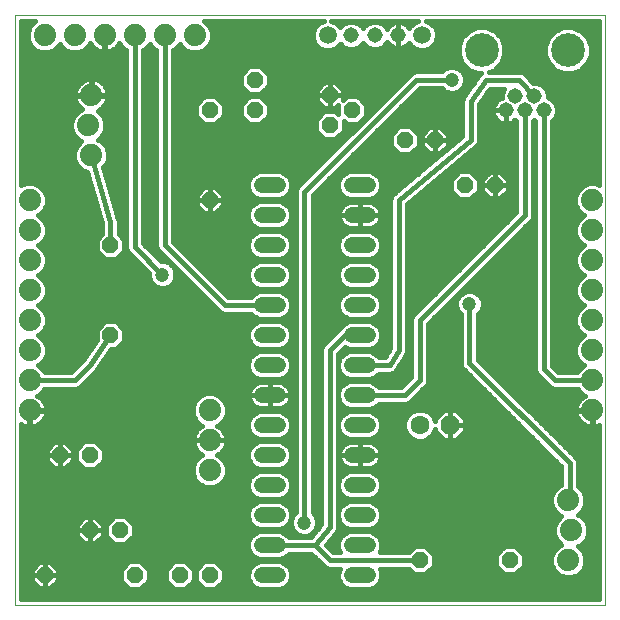
<source format=gbl>
G75*
%MOIN*%
%OFA0B0*%
%FSLAX25Y25*%
%IPPOS*%
%LPD*%
%AMOC8*
5,1,8,0,0,1.08239X$1,22.5*
%
%ADD10C,0.00000*%
%ADD11C,0.07400*%
%ADD12C,0.06300*%
%ADD13OC8,0.06300*%
%ADD14C,0.05150*%
%ADD15C,0.11220*%
%ADD16OC8,0.05200*%
%ADD17C,0.05200*%
%ADD18C,0.05937*%
%ADD19C,0.01600*%
%ADD20C,0.04724*%
D10*
X0001800Y0001800D02*
X0001800Y0198650D01*
X0198650Y0198650D01*
X0198650Y0001800D01*
X0001800Y0001800D01*
D11*
X0006800Y0066800D03*
X0006800Y0076800D03*
X0006800Y0086800D03*
X0006800Y0096800D03*
X0006800Y0106800D03*
X0006800Y0116800D03*
X0006800Y0126800D03*
X0006800Y0136800D03*
X0027300Y0151800D03*
X0026300Y0161800D03*
X0027300Y0171800D03*
X0031800Y0191800D03*
X0021800Y0191800D03*
X0011800Y0191800D03*
X0041800Y0191800D03*
X0051800Y0191800D03*
X0061800Y0191800D03*
X0066800Y0066800D03*
X0066800Y0056800D03*
X0066800Y0046800D03*
X0186300Y0036800D03*
X0187300Y0026800D03*
X0186300Y0016800D03*
X0194300Y0066800D03*
X0194300Y0076800D03*
X0194300Y0086800D03*
X0194300Y0096800D03*
X0194300Y0106800D03*
X0194300Y0116800D03*
X0194300Y0126800D03*
X0194300Y0136800D03*
D12*
X0136800Y0061800D03*
D13*
X0146800Y0061800D03*
D14*
X0165501Y0166721D03*
X0168650Y0171446D03*
X0171800Y0166721D03*
X0174950Y0171446D03*
X0178099Y0166721D03*
X0129674Y0191800D03*
X0121800Y0191800D03*
X0113926Y0191800D03*
D15*
X0157430Y0186800D03*
X0186170Y0186800D03*
D16*
X0161800Y0141800D03*
X0151800Y0141800D03*
X0141800Y0156800D03*
X0131800Y0156800D03*
X0114300Y0166800D03*
X0106800Y0161800D03*
X0106800Y0171800D03*
X0081800Y0166800D03*
X0081800Y0176800D03*
X0066800Y0166800D03*
X0066800Y0136800D03*
X0033674Y0121800D03*
X0033674Y0091800D03*
X0026800Y0051800D03*
X0016800Y0051800D03*
X0026800Y0026800D03*
X0036800Y0026800D03*
X0041800Y0011800D03*
X0056800Y0011800D03*
X0066800Y0011800D03*
X0011800Y0011800D03*
X0136800Y0016800D03*
X0166800Y0016800D03*
D17*
X0119400Y0011800D02*
X0114200Y0011800D01*
X0114200Y0021800D02*
X0119400Y0021800D01*
X0119400Y0031800D02*
X0114200Y0031800D01*
X0114200Y0041800D02*
X0119400Y0041800D01*
X0119400Y0051800D02*
X0114200Y0051800D01*
X0114200Y0061800D02*
X0119400Y0061800D01*
X0119400Y0071800D02*
X0114200Y0071800D01*
X0114200Y0081800D02*
X0119400Y0081800D01*
X0119400Y0091800D02*
X0114200Y0091800D01*
X0114200Y0101800D02*
X0119400Y0101800D01*
X0119400Y0111800D02*
X0114200Y0111800D01*
X0114200Y0121800D02*
X0119400Y0121800D01*
X0119400Y0131800D02*
X0114200Y0131800D01*
X0114200Y0141800D02*
X0119400Y0141800D01*
X0089400Y0141800D02*
X0084200Y0141800D01*
X0084200Y0131800D02*
X0089400Y0131800D01*
X0089400Y0121800D02*
X0084200Y0121800D01*
X0084200Y0111800D02*
X0089400Y0111800D01*
X0089400Y0101800D02*
X0084200Y0101800D01*
X0084200Y0091800D02*
X0089400Y0091800D01*
X0089400Y0081800D02*
X0084200Y0081800D01*
X0084200Y0071800D02*
X0089400Y0071800D01*
X0089400Y0061800D02*
X0084200Y0061800D01*
X0084200Y0051800D02*
X0089400Y0051800D01*
X0089400Y0041800D02*
X0084200Y0041800D01*
X0084200Y0031800D02*
X0089400Y0031800D01*
X0089400Y0021800D02*
X0084200Y0021800D01*
X0084200Y0011800D02*
X0089400Y0011800D01*
D18*
X0106052Y0191800D03*
X0137548Y0191800D03*
D19*
X0135604Y0187227D02*
X0122715Y0187227D01*
X0122710Y0187225D02*
X0124391Y0187922D01*
X0125678Y0189209D01*
X0125860Y0189648D01*
X0125932Y0189507D01*
X0126337Y0188950D01*
X0126824Y0188463D01*
X0127381Y0188058D01*
X0127995Y0187746D01*
X0128650Y0187533D01*
X0129330Y0187425D01*
X0129674Y0187425D01*
X0129674Y0191800D01*
X0129674Y0196175D01*
X0129330Y0196175D01*
X0128650Y0196067D01*
X0127995Y0195854D01*
X0127381Y0195542D01*
X0126824Y0195137D01*
X0126337Y0194650D01*
X0125932Y0194093D01*
X0125860Y0193952D01*
X0125678Y0194391D01*
X0124391Y0195678D01*
X0122710Y0196375D01*
X0120890Y0196375D01*
X0119209Y0195678D01*
X0117922Y0194391D01*
X0117863Y0194250D01*
X0117804Y0194391D01*
X0116517Y0195678D01*
X0114836Y0196375D01*
X0113016Y0196375D01*
X0111335Y0195678D01*
X0110266Y0194610D01*
X0110264Y0194614D01*
X0108866Y0196012D01*
X0107325Y0196650D01*
X0136275Y0196650D01*
X0134734Y0196012D01*
X0133336Y0194614D01*
X0133227Y0194352D01*
X0133011Y0194650D01*
X0132524Y0195137D01*
X0131967Y0195542D01*
X0131353Y0195854D01*
X0130698Y0196067D01*
X0130018Y0196175D01*
X0129674Y0196175D01*
X0129674Y0191800D01*
X0129674Y0191800D01*
X0129674Y0187425D01*
X0130018Y0187425D01*
X0130698Y0187533D01*
X0131353Y0187746D01*
X0131967Y0188058D01*
X0132524Y0188463D01*
X0133011Y0188950D01*
X0133227Y0189248D01*
X0133336Y0188986D01*
X0134734Y0187588D01*
X0136560Y0186831D01*
X0138536Y0186831D01*
X0140362Y0187588D01*
X0141760Y0188986D01*
X0142517Y0190812D01*
X0142517Y0192788D01*
X0141760Y0194614D01*
X0140362Y0196012D01*
X0138821Y0196650D01*
X0196650Y0196650D01*
X0196650Y0141996D01*
X0195434Y0142500D01*
X0193166Y0142500D01*
X0191071Y0141632D01*
X0189468Y0140029D01*
X0188600Y0137934D01*
X0188600Y0135666D01*
X0189468Y0133571D01*
X0191071Y0131968D01*
X0191476Y0131800D01*
X0191071Y0131632D01*
X0189468Y0130029D01*
X0188600Y0127934D01*
X0188600Y0125666D01*
X0189468Y0123571D01*
X0191071Y0121968D01*
X0191476Y0121800D01*
X0191071Y0121632D01*
X0189468Y0120029D01*
X0188600Y0117934D01*
X0188600Y0115666D01*
X0189468Y0113571D01*
X0191071Y0111968D01*
X0191476Y0111800D01*
X0191071Y0111632D01*
X0189468Y0110029D01*
X0188600Y0107934D01*
X0188600Y0105666D01*
X0189468Y0103571D01*
X0191071Y0101968D01*
X0191476Y0101800D01*
X0191071Y0101632D01*
X0189468Y0100029D01*
X0188600Y0097934D01*
X0188600Y0095666D01*
X0189468Y0093571D01*
X0191071Y0091968D01*
X0191476Y0091800D01*
X0191071Y0091632D01*
X0189468Y0090029D01*
X0188600Y0087934D01*
X0188600Y0085666D01*
X0189468Y0083571D01*
X0191071Y0081968D01*
X0191476Y0081800D01*
X0191071Y0081632D01*
X0189468Y0080029D01*
X0189290Y0079600D01*
X0182960Y0079600D01*
X0180899Y0081661D01*
X0180899Y0163052D01*
X0181978Y0164130D01*
X0182674Y0165811D01*
X0182674Y0167631D01*
X0181978Y0169313D01*
X0180691Y0170600D01*
X0179524Y0171083D01*
X0179524Y0172356D01*
X0178828Y0174037D01*
X0177541Y0175324D01*
X0175860Y0176020D01*
X0174543Y0176020D01*
X0172401Y0178347D01*
X0172378Y0178402D01*
X0172025Y0178755D01*
X0171687Y0179122D01*
X0171633Y0179147D01*
X0171591Y0179189D01*
X0171129Y0179381D01*
X0170677Y0179590D01*
X0170617Y0179593D01*
X0170562Y0179616D01*
X0170062Y0179616D01*
X0169564Y0179636D01*
X0169508Y0179616D01*
X0159972Y0179616D01*
X0161741Y0180348D01*
X0163882Y0182489D01*
X0165040Y0185286D01*
X0165040Y0188314D01*
X0163882Y0191111D01*
X0161741Y0193252D01*
X0158944Y0194410D01*
X0155916Y0194410D01*
X0153119Y0193252D01*
X0150978Y0191111D01*
X0149820Y0188314D01*
X0149820Y0185286D01*
X0150978Y0182489D01*
X0153119Y0180348D01*
X0155916Y0179190D01*
X0157183Y0179190D01*
X0157182Y0179189D01*
X0157016Y0179023D01*
X0156816Y0178898D01*
X0156626Y0178633D01*
X0156395Y0178402D01*
X0156305Y0178184D01*
X0151626Y0171649D01*
X0151395Y0171418D01*
X0151305Y0171200D01*
X0151168Y0171009D01*
X0151094Y0170690D01*
X0150969Y0170388D01*
X0150969Y0170153D01*
X0150915Y0169924D01*
X0150969Y0169601D01*
X0150969Y0158109D01*
X0128365Y0139223D01*
X0128245Y0139174D01*
X0127940Y0138868D01*
X0127609Y0138592D01*
X0127549Y0138477D01*
X0127458Y0138386D01*
X0127293Y0137987D01*
X0127092Y0137605D01*
X0127081Y0137476D01*
X0127031Y0137357D01*
X0127031Y0136925D01*
X0126993Y0136495D01*
X0127031Y0136372D01*
X0127031Y0087583D01*
X0125223Y0084600D01*
X0123105Y0084600D01*
X0122006Y0085700D01*
X0120315Y0086400D01*
X0113285Y0086400D01*
X0111594Y0085700D01*
X0110300Y0084406D01*
X0109600Y0082715D01*
X0109600Y0080885D01*
X0110300Y0079194D01*
X0111594Y0077900D01*
X0113285Y0077200D01*
X0120315Y0077200D01*
X0122006Y0077900D01*
X0123105Y0079000D01*
X0126586Y0079000D01*
X0126926Y0078948D01*
X0127138Y0079000D01*
X0127357Y0079000D01*
X0127674Y0079131D01*
X0128007Y0079213D01*
X0128184Y0079343D01*
X0128386Y0079426D01*
X0128629Y0079669D01*
X0128906Y0079872D01*
X0129019Y0080059D01*
X0129174Y0080214D01*
X0129305Y0080531D01*
X0132050Y0085059D01*
X0132205Y0085214D01*
X0132337Y0085531D01*
X0132515Y0085825D01*
X0132548Y0086041D01*
X0132631Y0086243D01*
X0132631Y0086586D01*
X0132684Y0086926D01*
X0132631Y0087138D01*
X0132631Y0135491D01*
X0155235Y0154377D01*
X0155355Y0154426D01*
X0155660Y0154732D01*
X0155991Y0155008D01*
X0156051Y0155123D01*
X0156142Y0155214D01*
X0156307Y0155613D01*
X0156508Y0155995D01*
X0156519Y0156124D01*
X0156568Y0156243D01*
X0156568Y0156675D01*
X0156607Y0157105D01*
X0156568Y0157228D01*
X0156568Y0168933D01*
X0160208Y0174016D01*
X0164763Y0174016D01*
X0164076Y0172356D01*
X0164076Y0170858D01*
X0163821Y0170776D01*
X0163208Y0170463D01*
X0162651Y0170058D01*
X0162164Y0169571D01*
X0161759Y0169014D01*
X0161446Y0168401D01*
X0161234Y0167746D01*
X0161126Y0167066D01*
X0161126Y0166721D01*
X0161126Y0166377D01*
X0161234Y0165697D01*
X0161446Y0165042D01*
X0161759Y0164428D01*
X0162164Y0163871D01*
X0162651Y0163384D01*
X0163208Y0162980D01*
X0163821Y0162667D01*
X0164476Y0162454D01*
X0165156Y0162346D01*
X0165501Y0162346D01*
X0165845Y0162346D01*
X0166525Y0162454D01*
X0167180Y0162667D01*
X0167794Y0162980D01*
X0168351Y0163384D01*
X0168509Y0163543D01*
X0169000Y0163052D01*
X0169000Y0132960D01*
X0134426Y0098386D01*
X0134000Y0097357D01*
X0134000Y0077960D01*
X0130640Y0074600D01*
X0123105Y0074600D01*
X0122006Y0075700D01*
X0120315Y0076400D01*
X0113285Y0076400D01*
X0111594Y0075700D01*
X0110300Y0074406D01*
X0109600Y0072715D01*
X0109600Y0070885D01*
X0110300Y0069194D01*
X0111594Y0067900D01*
X0113285Y0067200D01*
X0120315Y0067200D01*
X0122006Y0067900D01*
X0123105Y0069000D01*
X0132357Y0069000D01*
X0133386Y0069426D01*
X0138386Y0074426D01*
X0139174Y0075214D01*
X0139600Y0076243D01*
X0139600Y0095640D01*
X0173386Y0129426D01*
X0174174Y0130214D01*
X0174600Y0131243D01*
X0174600Y0163052D01*
X0174950Y0163401D01*
X0175299Y0163052D01*
X0175299Y0079944D01*
X0175725Y0078915D01*
X0179426Y0075214D01*
X0180214Y0074426D01*
X0181243Y0074000D01*
X0189290Y0074000D01*
X0189468Y0073571D01*
X0191071Y0071968D01*
X0191764Y0071681D01*
X0191417Y0071504D01*
X0190717Y0070995D01*
X0190105Y0070383D01*
X0189596Y0069683D01*
X0189203Y0068911D01*
X0188935Y0068088D01*
X0188800Y0067233D01*
X0188800Y0067000D01*
X0194100Y0067000D01*
X0194100Y0066600D01*
X0194500Y0066600D01*
X0194500Y0061300D01*
X0194733Y0061300D01*
X0195588Y0061435D01*
X0196411Y0061703D01*
X0196650Y0061825D01*
X0196650Y0003800D01*
X0003800Y0003800D01*
X0003800Y0062181D01*
X0003917Y0062096D01*
X0004689Y0061703D01*
X0005512Y0061435D01*
X0006367Y0061300D01*
X0006600Y0061300D01*
X0006600Y0066600D01*
X0007000Y0066600D01*
X0007000Y0067000D01*
X0012300Y0067000D01*
X0012300Y0067233D01*
X0012165Y0068088D01*
X0011897Y0068911D01*
X0011504Y0069683D01*
X0010995Y0070383D01*
X0010383Y0070995D01*
X0009683Y0071504D01*
X0009336Y0071681D01*
X0010029Y0071968D01*
X0011632Y0073571D01*
X0011810Y0074000D01*
X0022357Y0074000D01*
X0023386Y0074426D01*
X0024174Y0075214D01*
X0028572Y0079612D01*
X0028792Y0079755D01*
X0028962Y0080002D01*
X0029174Y0080214D01*
X0029274Y0080456D01*
X0033910Y0087200D01*
X0035579Y0087200D01*
X0038274Y0089895D01*
X0038274Y0093705D01*
X0035579Y0096400D01*
X0031769Y0096400D01*
X0029074Y0093705D01*
X0029074Y0090051D01*
X0024638Y0083598D01*
X0020640Y0079600D01*
X0011810Y0079600D01*
X0011632Y0080029D01*
X0010029Y0081632D01*
X0009624Y0081800D01*
X0010029Y0081968D01*
X0011632Y0083571D01*
X0012500Y0085666D01*
X0012500Y0087934D01*
X0011632Y0090029D01*
X0010029Y0091632D01*
X0009624Y0091800D01*
X0010029Y0091968D01*
X0011632Y0093571D01*
X0012500Y0095666D01*
X0012500Y0097934D01*
X0011632Y0100029D01*
X0010029Y0101632D01*
X0009624Y0101800D01*
X0010029Y0101968D01*
X0011632Y0103571D01*
X0012500Y0105666D01*
X0012500Y0107934D01*
X0011632Y0110029D01*
X0010029Y0111632D01*
X0009624Y0111800D01*
X0010029Y0111968D01*
X0011632Y0113571D01*
X0012500Y0115666D01*
X0012500Y0117934D01*
X0011632Y0120029D01*
X0010029Y0121632D01*
X0009624Y0121800D01*
X0010029Y0121968D01*
X0011632Y0123571D01*
X0012500Y0125666D01*
X0012500Y0127934D01*
X0011632Y0130029D01*
X0010029Y0131632D01*
X0009624Y0131800D01*
X0010029Y0131968D01*
X0011632Y0133571D01*
X0012500Y0135666D01*
X0012500Y0137934D01*
X0011632Y0140029D01*
X0010029Y0141632D01*
X0007934Y0142500D01*
X0005666Y0142500D01*
X0003800Y0141727D01*
X0003800Y0196650D01*
X0008615Y0196650D01*
X0008571Y0196632D01*
X0006968Y0195029D01*
X0006100Y0192934D01*
X0006100Y0190666D01*
X0006968Y0188571D01*
X0008571Y0186968D01*
X0010666Y0186100D01*
X0012934Y0186100D01*
X0015029Y0186968D01*
X0016632Y0188571D01*
X0016800Y0188976D01*
X0016968Y0188571D01*
X0018571Y0186968D01*
X0020666Y0186100D01*
X0022934Y0186100D01*
X0025029Y0186968D01*
X0026632Y0188571D01*
X0026919Y0189264D01*
X0027096Y0188917D01*
X0027605Y0188217D01*
X0028217Y0187605D01*
X0028917Y0187096D01*
X0029689Y0186703D01*
X0030512Y0186435D01*
X0031367Y0186300D01*
X0031600Y0186300D01*
X0031600Y0191600D01*
X0032000Y0191600D01*
X0032000Y0186300D01*
X0032233Y0186300D01*
X0033088Y0186435D01*
X0033911Y0186703D01*
X0034683Y0187096D01*
X0035383Y0187605D01*
X0035995Y0188217D01*
X0036504Y0188917D01*
X0036681Y0189264D01*
X0036968Y0188571D01*
X0038571Y0186968D01*
X0039000Y0186790D01*
X0039000Y0120692D01*
X0039426Y0119663D01*
X0046650Y0112439D01*
X0046650Y0111169D01*
X0047314Y0109565D01*
X0048542Y0108338D01*
X0050145Y0107674D01*
X0051880Y0107674D01*
X0053484Y0108338D01*
X0054711Y0109565D01*
X0055375Y0111169D01*
X0055375Y0112904D01*
X0054711Y0114507D01*
X0053484Y0115734D01*
X0051880Y0116398D01*
X0050610Y0116398D01*
X0044600Y0122409D01*
X0044600Y0186790D01*
X0045029Y0186968D01*
X0046632Y0188571D01*
X0046800Y0188976D01*
X0046968Y0188571D01*
X0048571Y0186968D01*
X0049000Y0186790D01*
X0049000Y0121243D01*
X0049426Y0120214D01*
X0069426Y0100214D01*
X0070214Y0099426D01*
X0071243Y0099000D01*
X0080495Y0099000D01*
X0081594Y0097900D01*
X0083285Y0097200D01*
X0090315Y0097200D01*
X0092006Y0097900D01*
X0093300Y0099194D01*
X0094000Y0100885D01*
X0094000Y0102715D01*
X0093300Y0104406D01*
X0092006Y0105700D01*
X0090315Y0106400D01*
X0083285Y0106400D01*
X0081594Y0105700D01*
X0080495Y0104600D01*
X0072960Y0104600D01*
X0054600Y0122960D01*
X0054600Y0186790D01*
X0055029Y0186968D01*
X0056632Y0188571D01*
X0056800Y0188976D01*
X0056968Y0188571D01*
X0058571Y0186968D01*
X0060666Y0186100D01*
X0062934Y0186100D01*
X0065029Y0186968D01*
X0066632Y0188571D01*
X0067500Y0190666D01*
X0067500Y0192934D01*
X0066632Y0195029D01*
X0065029Y0196632D01*
X0064985Y0196650D01*
X0104779Y0196650D01*
X0103238Y0196012D01*
X0101840Y0194614D01*
X0101083Y0192788D01*
X0101083Y0190812D01*
X0101840Y0188986D01*
X0103238Y0187588D01*
X0105064Y0186831D01*
X0107040Y0186831D01*
X0108866Y0187588D01*
X0110264Y0188986D01*
X0110266Y0188990D01*
X0111335Y0187922D01*
X0113016Y0187225D01*
X0114836Y0187225D01*
X0116517Y0187922D01*
X0117804Y0189209D01*
X0117863Y0189350D01*
X0117922Y0189209D01*
X0119209Y0187922D01*
X0120890Y0187225D01*
X0122710Y0187225D01*
X0120885Y0187227D02*
X0114841Y0187227D01*
X0113011Y0187227D02*
X0107996Y0187227D01*
X0110104Y0188826D02*
X0110430Y0188826D01*
X0110876Y0195220D02*
X0109659Y0195220D01*
X0102445Y0195220D02*
X0066441Y0195220D01*
X0067215Y0193621D02*
X0101429Y0193621D01*
X0101083Y0192023D02*
X0067500Y0192023D01*
X0067400Y0190424D02*
X0101244Y0190424D01*
X0102000Y0188826D02*
X0066738Y0188826D01*
X0065288Y0187227D02*
X0104108Y0187227D01*
X0104977Y0176200D02*
X0102400Y0173623D01*
X0102400Y0171800D01*
X0106800Y0171800D01*
X0106800Y0171800D01*
X0106800Y0176200D01*
X0108623Y0176200D01*
X0111200Y0173623D01*
X0111200Y0171800D01*
X0106800Y0171800D01*
X0106800Y0171800D01*
X0106800Y0171800D01*
X0106800Y0176200D01*
X0104977Y0176200D01*
X0104815Y0176038D02*
X0086400Y0176038D01*
X0086400Y0174895D02*
X0083705Y0172200D01*
X0079895Y0172200D01*
X0077200Y0174895D01*
X0077200Y0178705D01*
X0079895Y0181400D01*
X0083705Y0181400D01*
X0086400Y0178705D01*
X0086400Y0174895D01*
X0085945Y0174439D02*
X0103217Y0174439D01*
X0102400Y0172841D02*
X0084346Y0172841D01*
X0083705Y0171400D02*
X0079895Y0171400D01*
X0077200Y0168705D01*
X0077200Y0164895D01*
X0079895Y0162200D01*
X0083705Y0162200D01*
X0086400Y0164895D01*
X0086400Y0168705D01*
X0083705Y0171400D01*
X0083863Y0171242D02*
X0102400Y0171242D01*
X0102400Y0171800D02*
X0102400Y0169977D01*
X0104977Y0167400D01*
X0106800Y0167400D01*
X0108623Y0167400D01*
X0109700Y0168477D01*
X0109700Y0165405D01*
X0108705Y0166400D01*
X0104895Y0166400D01*
X0102200Y0163705D01*
X0102200Y0159895D01*
X0104895Y0157200D01*
X0108705Y0157200D01*
X0111400Y0159895D01*
X0111400Y0163195D01*
X0112395Y0162200D01*
X0116205Y0162200D01*
X0118900Y0164895D01*
X0118900Y0168705D01*
X0116205Y0171400D01*
X0112395Y0171400D01*
X0111200Y0170205D01*
X0111200Y0171800D01*
X0106800Y0171800D01*
X0106800Y0167400D01*
X0106800Y0171800D01*
X0106800Y0171800D01*
X0102400Y0171800D01*
X0102734Y0169644D02*
X0085462Y0169644D01*
X0086400Y0168045D02*
X0104332Y0168045D01*
X0106800Y0168045D02*
X0106800Y0168045D01*
X0106800Y0169644D02*
X0106800Y0169644D01*
X0106800Y0171242D02*
X0106800Y0171242D01*
X0106800Y0172841D02*
X0106800Y0172841D01*
X0106800Y0174439D02*
X0106800Y0174439D01*
X0106800Y0176038D02*
X0106800Y0176038D01*
X0108785Y0176038D02*
X0130739Y0176038D01*
X0129141Y0174439D02*
X0110383Y0174439D01*
X0111200Y0172841D02*
X0127542Y0172841D01*
X0125944Y0171242D02*
X0116363Y0171242D01*
X0117962Y0169644D02*
X0124345Y0169644D01*
X0122747Y0168045D02*
X0118900Y0168045D01*
X0118900Y0166447D02*
X0121148Y0166447D01*
X0119550Y0164848D02*
X0118854Y0164848D01*
X0117951Y0163250D02*
X0117255Y0163250D01*
X0116353Y0161651D02*
X0111400Y0161651D01*
X0111400Y0160053D02*
X0114754Y0160053D01*
X0113156Y0158454D02*
X0109959Y0158454D01*
X0111557Y0156856D02*
X0054600Y0156856D01*
X0054600Y0158454D02*
X0103641Y0158454D01*
X0102200Y0160053D02*
X0054600Y0160053D01*
X0054600Y0161651D02*
X0102200Y0161651D01*
X0102200Y0163250D02*
X0084755Y0163250D01*
X0086354Y0164848D02*
X0103343Y0164848D01*
X0109700Y0166447D02*
X0086400Y0166447D01*
X0079737Y0171242D02*
X0068863Y0171242D01*
X0068705Y0171400D02*
X0064895Y0171400D01*
X0062200Y0168705D01*
X0062200Y0164895D01*
X0064895Y0162200D01*
X0068705Y0162200D01*
X0071400Y0164895D01*
X0071400Y0168705D01*
X0068705Y0171400D01*
X0070462Y0169644D02*
X0078138Y0169644D01*
X0077200Y0168045D02*
X0071400Y0168045D01*
X0071400Y0166447D02*
X0077200Y0166447D01*
X0077246Y0164848D02*
X0071354Y0164848D01*
X0069755Y0163250D02*
X0078845Y0163250D01*
X0079254Y0172841D02*
X0054600Y0172841D01*
X0054600Y0174439D02*
X0077655Y0174439D01*
X0077200Y0176038D02*
X0054600Y0176038D01*
X0054600Y0177636D02*
X0077200Y0177636D01*
X0077729Y0179235D02*
X0054600Y0179235D01*
X0054600Y0180833D02*
X0079328Y0180833D01*
X0084272Y0180833D02*
X0145332Y0180833D01*
X0144998Y0180695D02*
X0144100Y0179797D01*
X0135101Y0179797D01*
X0134072Y0179371D01*
X0096671Y0141969D01*
X0095883Y0141181D01*
X0095457Y0140152D01*
X0095457Y0032728D01*
X0094559Y0031830D01*
X0093894Y0030227D01*
X0093894Y0028491D01*
X0094559Y0026888D01*
X0095786Y0025661D01*
X0097389Y0024997D01*
X0099124Y0024997D01*
X0100728Y0025661D01*
X0101955Y0026888D01*
X0102619Y0028491D01*
X0102619Y0030227D01*
X0101955Y0031830D01*
X0101057Y0032728D01*
X0101057Y0138435D01*
X0136818Y0174197D01*
X0144100Y0174197D01*
X0144998Y0173299D01*
X0146602Y0172635D01*
X0148337Y0172635D01*
X0149940Y0173299D01*
X0151167Y0174526D01*
X0151831Y0176129D01*
X0151831Y0177865D01*
X0151167Y0179468D01*
X0149940Y0180695D01*
X0148337Y0181359D01*
X0146602Y0181359D01*
X0144998Y0180695D01*
X0147469Y0176997D02*
X0135658Y0176997D01*
X0098257Y0139595D01*
X0098257Y0029359D01*
X0101613Y0032172D02*
X0104000Y0032172D01*
X0104000Y0033770D02*
X0101057Y0033770D01*
X0101057Y0035369D02*
X0104000Y0035369D01*
X0104000Y0036967D02*
X0101057Y0036967D01*
X0101057Y0038566D02*
X0104000Y0038566D01*
X0104000Y0040164D02*
X0101057Y0040164D01*
X0101057Y0041763D02*
X0104000Y0041763D01*
X0104000Y0043361D02*
X0101057Y0043361D01*
X0101057Y0044960D02*
X0104000Y0044960D01*
X0104000Y0046558D02*
X0101057Y0046558D01*
X0101057Y0048157D02*
X0104000Y0048157D01*
X0104000Y0049755D02*
X0101057Y0049755D01*
X0101057Y0051354D02*
X0104000Y0051354D01*
X0104000Y0052952D02*
X0101057Y0052952D01*
X0101057Y0054551D02*
X0104000Y0054551D01*
X0104000Y0056149D02*
X0101057Y0056149D01*
X0101057Y0057748D02*
X0104000Y0057748D01*
X0104000Y0059346D02*
X0101057Y0059346D01*
X0101057Y0060945D02*
X0104000Y0060945D01*
X0104000Y0062543D02*
X0101057Y0062543D01*
X0101057Y0064142D02*
X0104000Y0064142D01*
X0104000Y0065740D02*
X0101057Y0065740D01*
X0101057Y0067339D02*
X0104000Y0067339D01*
X0104000Y0068937D02*
X0101057Y0068937D01*
X0101057Y0070536D02*
X0104000Y0070536D01*
X0104000Y0072134D02*
X0101057Y0072134D01*
X0101057Y0073733D02*
X0104000Y0073733D01*
X0104000Y0075332D02*
X0101057Y0075332D01*
X0101057Y0076930D02*
X0104000Y0076930D01*
X0104000Y0078529D02*
X0101057Y0078529D01*
X0101057Y0080127D02*
X0104000Y0080127D01*
X0104000Y0081726D02*
X0101057Y0081726D01*
X0101057Y0083324D02*
X0104000Y0083324D01*
X0104000Y0084923D02*
X0101057Y0084923D01*
X0101057Y0086521D02*
X0104000Y0086521D01*
X0104000Y0087357D02*
X0104000Y0028869D01*
X0100480Y0024600D01*
X0093105Y0024600D01*
X0092006Y0025700D01*
X0090315Y0026400D01*
X0083285Y0026400D01*
X0081594Y0025700D01*
X0080300Y0024406D01*
X0079600Y0022715D01*
X0079600Y0020885D01*
X0080300Y0019194D01*
X0081594Y0017900D01*
X0083285Y0017200D01*
X0090315Y0017200D01*
X0092006Y0017900D01*
X0093105Y0019000D01*
X0100640Y0019000D01*
X0104426Y0015214D01*
X0105214Y0014426D01*
X0106243Y0014000D01*
X0110132Y0014000D01*
X0109600Y0012715D01*
X0109600Y0010885D01*
X0110300Y0009194D01*
X0111594Y0007900D01*
X0113285Y0007200D01*
X0120315Y0007200D01*
X0122006Y0007900D01*
X0123300Y0009194D01*
X0124000Y0010885D01*
X0124000Y0012715D01*
X0123468Y0014000D01*
X0133095Y0014000D01*
X0134895Y0012200D01*
X0138705Y0012200D01*
X0141400Y0014895D01*
X0141400Y0018705D01*
X0138705Y0021400D01*
X0134895Y0021400D01*
X0133095Y0019600D01*
X0123468Y0019600D01*
X0124000Y0020885D01*
X0124000Y0022715D01*
X0123300Y0024406D01*
X0122006Y0025700D01*
X0120315Y0026400D01*
X0113285Y0026400D01*
X0111594Y0025700D01*
X0110300Y0024406D01*
X0109600Y0022715D01*
X0109600Y0020885D01*
X0110132Y0019600D01*
X0107960Y0019600D01*
X0105579Y0021981D01*
X0108875Y0025978D01*
X0109174Y0026277D01*
X0109227Y0026405D01*
X0109315Y0026511D01*
X0109438Y0026915D01*
X0109600Y0027306D01*
X0109600Y0027444D01*
X0109640Y0027576D01*
X0109600Y0027997D01*
X0109600Y0085640D01*
X0111782Y0087822D01*
X0113285Y0087200D01*
X0120315Y0087200D01*
X0122006Y0087900D01*
X0123300Y0089194D01*
X0124000Y0090885D01*
X0124000Y0092715D01*
X0123300Y0094406D01*
X0122006Y0095700D01*
X0120315Y0096400D01*
X0113285Y0096400D01*
X0111594Y0095700D01*
X0110300Y0094406D01*
X0110197Y0094157D01*
X0104426Y0088386D01*
X0104000Y0087357D01*
X0104316Y0088120D02*
X0101057Y0088120D01*
X0101057Y0089718D02*
X0105758Y0089718D01*
X0107357Y0091317D02*
X0101057Y0091317D01*
X0101057Y0092915D02*
X0108955Y0092915D01*
X0110408Y0094514D02*
X0101057Y0094514D01*
X0101057Y0096112D02*
X0112590Y0096112D01*
X0113285Y0097200D02*
X0120315Y0097200D01*
X0122006Y0097900D01*
X0123300Y0099194D01*
X0124000Y0100885D01*
X0124000Y0102715D01*
X0123300Y0104406D01*
X0122006Y0105700D01*
X0120315Y0106400D01*
X0113285Y0106400D01*
X0111594Y0105700D01*
X0110300Y0104406D01*
X0109600Y0102715D01*
X0109600Y0100885D01*
X0110300Y0099194D01*
X0111594Y0097900D01*
X0113285Y0097200D01*
X0112052Y0097711D02*
X0101057Y0097711D01*
X0101057Y0099309D02*
X0110253Y0099309D01*
X0109600Y0100908D02*
X0101057Y0100908D01*
X0101057Y0102506D02*
X0109600Y0102506D01*
X0110176Y0104105D02*
X0101057Y0104105D01*
X0101057Y0105703D02*
X0111603Y0105703D01*
X0113039Y0107302D02*
X0101057Y0107302D01*
X0101057Y0108900D02*
X0110594Y0108900D01*
X0110300Y0109194D02*
X0111594Y0107900D01*
X0113285Y0107200D01*
X0120315Y0107200D01*
X0122006Y0107900D01*
X0123300Y0109194D01*
X0124000Y0110885D01*
X0124000Y0112715D01*
X0123300Y0114406D01*
X0122006Y0115700D01*
X0120315Y0116400D01*
X0113285Y0116400D01*
X0111594Y0115700D01*
X0110300Y0114406D01*
X0109600Y0112715D01*
X0109600Y0110885D01*
X0110300Y0109194D01*
X0109760Y0110499D02*
X0101057Y0110499D01*
X0101057Y0112097D02*
X0109600Y0112097D01*
X0110006Y0113696D02*
X0101057Y0113696D01*
X0101057Y0115294D02*
X0111189Y0115294D01*
X0111594Y0117900D02*
X0113285Y0117200D01*
X0120315Y0117200D01*
X0122006Y0117900D01*
X0123300Y0119194D01*
X0124000Y0120885D01*
X0124000Y0122715D01*
X0123300Y0124406D01*
X0122006Y0125700D01*
X0120315Y0126400D01*
X0113285Y0126400D01*
X0111594Y0125700D01*
X0110300Y0124406D01*
X0109600Y0122715D01*
X0109600Y0120885D01*
X0110300Y0119194D01*
X0111594Y0117900D01*
X0111003Y0118491D02*
X0101057Y0118491D01*
X0101057Y0116893D02*
X0127031Y0116893D01*
X0127031Y0118491D02*
X0122597Y0118491D01*
X0123671Y0120090D02*
X0127031Y0120090D01*
X0127031Y0121688D02*
X0124000Y0121688D01*
X0123763Y0123287D02*
X0127031Y0123287D01*
X0127031Y0124885D02*
X0122820Y0124885D01*
X0121089Y0127722D02*
X0121706Y0128037D01*
X0122266Y0128444D01*
X0122756Y0128934D01*
X0123163Y0129494D01*
X0123478Y0130111D01*
X0123692Y0130770D01*
X0123800Y0131454D01*
X0123800Y0131800D01*
X0123800Y0132146D01*
X0123692Y0132830D01*
X0123478Y0133489D01*
X0123163Y0134106D01*
X0122756Y0134666D01*
X0122266Y0135156D01*
X0121706Y0135563D01*
X0121089Y0135878D01*
X0120430Y0136092D01*
X0119746Y0136200D01*
X0116800Y0136200D01*
X0116800Y0131800D01*
X0116800Y0131800D01*
X0123800Y0131800D01*
X0116800Y0131800D01*
X0116800Y0131800D01*
X0116800Y0127400D01*
X0119746Y0127400D01*
X0120430Y0127508D01*
X0121089Y0127722D01*
X0121769Y0128082D02*
X0127031Y0128082D01*
X0127031Y0126484D02*
X0101057Y0126484D01*
X0101057Y0128082D02*
X0111831Y0128082D01*
X0111894Y0128037D02*
X0112511Y0127722D01*
X0113170Y0127508D01*
X0113854Y0127400D01*
X0116800Y0127400D01*
X0116800Y0131800D01*
X0116800Y0131800D01*
X0116800Y0131800D01*
X0109800Y0131800D01*
X0109800Y0132146D01*
X0109908Y0132830D01*
X0110122Y0133489D01*
X0110437Y0134106D01*
X0110844Y0134666D01*
X0111334Y0135156D01*
X0111894Y0135563D01*
X0112511Y0135878D01*
X0113170Y0136092D01*
X0113854Y0136200D01*
X0116800Y0136200D01*
X0116800Y0131800D01*
X0109800Y0131800D01*
X0109800Y0131454D01*
X0109908Y0130770D01*
X0110122Y0130111D01*
X0110437Y0129494D01*
X0110844Y0128934D01*
X0111334Y0128444D01*
X0111894Y0128037D01*
X0110341Y0129681D02*
X0101057Y0129681D01*
X0101057Y0131279D02*
X0109828Y0131279D01*
X0109924Y0132878D02*
X0101057Y0132878D01*
X0101057Y0134476D02*
X0110706Y0134476D01*
X0113118Y0136075D02*
X0101057Y0136075D01*
X0101057Y0137673D02*
X0112142Y0137673D01*
X0111594Y0137900D02*
X0113285Y0137200D01*
X0120315Y0137200D01*
X0122006Y0137900D01*
X0123300Y0139194D01*
X0124000Y0140885D01*
X0124000Y0142715D01*
X0123300Y0144406D01*
X0122006Y0145700D01*
X0120315Y0146400D01*
X0113285Y0146400D01*
X0111594Y0145700D01*
X0110300Y0144406D01*
X0109600Y0142715D01*
X0109600Y0140885D01*
X0110300Y0139194D01*
X0111594Y0137900D01*
X0110268Y0139272D02*
X0101893Y0139272D01*
X0103492Y0140870D02*
X0109606Y0140870D01*
X0109600Y0142469D02*
X0105090Y0142469D01*
X0106689Y0144068D02*
X0110160Y0144068D01*
X0111561Y0145666D02*
X0108287Y0145666D01*
X0109886Y0147265D02*
X0137989Y0147265D01*
X0139902Y0148863D02*
X0111484Y0148863D01*
X0113083Y0150462D02*
X0141815Y0150462D01*
X0141800Y0152400D02*
X0139977Y0152400D01*
X0137400Y0154977D01*
X0137400Y0156800D01*
X0141800Y0156800D01*
X0146200Y0156800D01*
X0146200Y0158623D01*
X0143623Y0161200D01*
X0141800Y0161200D01*
X0141800Y0156800D01*
X0141800Y0156800D01*
X0141800Y0156800D01*
X0146200Y0156800D01*
X0146200Y0154977D01*
X0143623Y0152400D01*
X0141800Y0152400D01*
X0141800Y0156800D01*
X0141800Y0156800D01*
X0141800Y0156800D01*
X0141800Y0161200D01*
X0139977Y0161200D01*
X0137400Y0158623D01*
X0137400Y0156800D01*
X0141800Y0156800D01*
X0141800Y0152400D01*
X0141800Y0153659D02*
X0141800Y0153659D01*
X0141800Y0155257D02*
X0141800Y0155257D01*
X0141800Y0156856D02*
X0141800Y0156856D01*
X0141800Y0158454D02*
X0141800Y0158454D01*
X0141800Y0160053D02*
X0141800Y0160053D01*
X0138830Y0160053D02*
X0135053Y0160053D01*
X0136400Y0158705D02*
X0133705Y0161400D01*
X0129895Y0161400D01*
X0127200Y0158705D01*
X0127200Y0154895D01*
X0129895Y0152200D01*
X0133705Y0152200D01*
X0136400Y0154895D01*
X0136400Y0158705D01*
X0136400Y0158454D02*
X0137400Y0158454D01*
X0137400Y0156856D02*
X0136400Y0156856D01*
X0136400Y0155257D02*
X0137400Y0155257D01*
X0138719Y0153659D02*
X0135164Y0153659D01*
X0128436Y0153659D02*
X0116280Y0153659D01*
X0117878Y0155257D02*
X0127200Y0155257D01*
X0127200Y0156856D02*
X0119477Y0156856D01*
X0121075Y0158454D02*
X0127200Y0158454D01*
X0128547Y0160053D02*
X0122674Y0160053D01*
X0124272Y0161651D02*
X0150969Y0161651D01*
X0150969Y0160053D02*
X0144770Y0160053D01*
X0146200Y0158454D02*
X0150969Y0158454D01*
X0149468Y0156856D02*
X0146200Y0156856D01*
X0146200Y0155257D02*
X0147555Y0155257D01*
X0145642Y0153659D02*
X0144881Y0153659D01*
X0143729Y0152060D02*
X0114681Y0152060D01*
X0109959Y0155257D02*
X0054600Y0155257D01*
X0054600Y0153659D02*
X0108360Y0153659D01*
X0106762Y0152060D02*
X0054600Y0152060D01*
X0054600Y0150462D02*
X0105163Y0150462D01*
X0103565Y0148863D02*
X0054600Y0148863D01*
X0054600Y0147265D02*
X0101966Y0147265D01*
X0100368Y0145666D02*
X0092039Y0145666D01*
X0092006Y0145700D02*
X0090315Y0146400D01*
X0083285Y0146400D01*
X0081594Y0145700D01*
X0080300Y0144406D01*
X0079600Y0142715D01*
X0079600Y0140885D01*
X0080300Y0139194D01*
X0081594Y0137900D01*
X0083285Y0137200D01*
X0090315Y0137200D01*
X0092006Y0137900D01*
X0093300Y0139194D01*
X0094000Y0140885D01*
X0094000Y0142715D01*
X0093300Y0144406D01*
X0092006Y0145700D01*
X0093440Y0144068D02*
X0098769Y0144068D01*
X0097171Y0142469D02*
X0094000Y0142469D01*
X0093994Y0140870D02*
X0095754Y0140870D01*
X0095457Y0139272D02*
X0093332Y0139272D01*
X0091458Y0137673D02*
X0095457Y0137673D01*
X0095457Y0136075D02*
X0091100Y0136075D01*
X0090315Y0136400D02*
X0092006Y0135700D01*
X0093300Y0134406D01*
X0094000Y0132715D01*
X0094000Y0130885D01*
X0093300Y0129194D01*
X0092006Y0127900D01*
X0090315Y0127200D01*
X0083285Y0127200D01*
X0081594Y0127900D01*
X0080300Y0129194D01*
X0079600Y0130885D01*
X0079600Y0132715D01*
X0080300Y0134406D01*
X0081594Y0135700D01*
X0083285Y0136400D01*
X0090315Y0136400D01*
X0093229Y0134476D02*
X0095457Y0134476D01*
X0095457Y0132878D02*
X0093933Y0132878D01*
X0094000Y0131279D02*
X0095457Y0131279D01*
X0095457Y0129681D02*
X0093501Y0129681D01*
X0092188Y0128082D02*
X0095457Y0128082D01*
X0095457Y0126484D02*
X0054600Y0126484D01*
X0054600Y0128082D02*
X0081412Y0128082D01*
X0080099Y0129681D02*
X0054600Y0129681D01*
X0054600Y0131279D02*
X0079600Y0131279D01*
X0079667Y0132878D02*
X0069100Y0132878D01*
X0068623Y0132400D02*
X0071200Y0134977D01*
X0071200Y0136800D01*
X0071200Y0138623D01*
X0068623Y0141200D01*
X0066800Y0141200D01*
X0066800Y0136800D01*
X0066800Y0136800D01*
X0071200Y0136800D01*
X0066800Y0136800D01*
X0066800Y0136800D01*
X0066800Y0136800D01*
X0062400Y0136800D01*
X0062400Y0138623D01*
X0064977Y0141200D01*
X0066800Y0141200D01*
X0066800Y0136800D01*
X0066800Y0132400D01*
X0068623Y0132400D01*
X0066800Y0132400D02*
X0066800Y0136800D01*
X0066800Y0136800D01*
X0062400Y0136800D01*
X0062400Y0134977D01*
X0064977Y0132400D01*
X0066800Y0132400D01*
X0066800Y0132878D02*
X0066800Y0132878D01*
X0066800Y0134476D02*
X0066800Y0134476D01*
X0066800Y0136075D02*
X0066800Y0136075D01*
X0066800Y0137673D02*
X0066800Y0137673D01*
X0066800Y0139272D02*
X0066800Y0139272D01*
X0066800Y0140870D02*
X0066800Y0140870D01*
X0068952Y0140870D02*
X0079606Y0140870D01*
X0079600Y0142469D02*
X0054600Y0142469D01*
X0054600Y0140870D02*
X0064648Y0140870D01*
X0063049Y0139272D02*
X0054600Y0139272D01*
X0054600Y0137673D02*
X0062400Y0137673D01*
X0062400Y0136075D02*
X0054600Y0136075D01*
X0054600Y0134476D02*
X0062901Y0134476D01*
X0064500Y0132878D02*
X0054600Y0132878D01*
X0049000Y0132878D02*
X0044600Y0132878D01*
X0044600Y0134476D02*
X0049000Y0134476D01*
X0049000Y0136075D02*
X0044600Y0136075D01*
X0044600Y0137673D02*
X0049000Y0137673D01*
X0049000Y0139272D02*
X0044600Y0139272D01*
X0044600Y0140870D02*
X0049000Y0140870D01*
X0049000Y0142469D02*
X0044600Y0142469D01*
X0044600Y0144068D02*
X0049000Y0144068D01*
X0049000Y0145666D02*
X0044600Y0145666D01*
X0044600Y0147265D02*
X0049000Y0147265D01*
X0049000Y0148863D02*
X0044600Y0148863D01*
X0044600Y0150462D02*
X0049000Y0150462D01*
X0049000Y0152060D02*
X0044600Y0152060D01*
X0044600Y0153659D02*
X0049000Y0153659D01*
X0049000Y0155257D02*
X0044600Y0155257D01*
X0044600Y0156856D02*
X0049000Y0156856D01*
X0049000Y0158454D02*
X0044600Y0158454D01*
X0044600Y0160053D02*
X0049000Y0160053D01*
X0049000Y0161651D02*
X0044600Y0161651D01*
X0044600Y0163250D02*
X0049000Y0163250D01*
X0049000Y0164848D02*
X0044600Y0164848D01*
X0044600Y0166447D02*
X0049000Y0166447D01*
X0049000Y0168045D02*
X0044600Y0168045D01*
X0044600Y0169644D02*
X0049000Y0169644D01*
X0049000Y0171242D02*
X0044600Y0171242D01*
X0044600Y0172841D02*
X0049000Y0172841D01*
X0049000Y0174439D02*
X0044600Y0174439D01*
X0044600Y0176038D02*
X0049000Y0176038D01*
X0049000Y0177636D02*
X0044600Y0177636D01*
X0044600Y0179235D02*
X0049000Y0179235D01*
X0049000Y0180833D02*
X0044600Y0180833D01*
X0044600Y0182432D02*
X0049000Y0182432D01*
X0049000Y0184030D02*
X0044600Y0184030D01*
X0044600Y0185629D02*
X0049000Y0185629D01*
X0048312Y0187227D02*
X0045288Y0187227D01*
X0046738Y0188826D02*
X0046862Y0188826D01*
X0051800Y0191800D02*
X0051800Y0121800D01*
X0071800Y0101800D01*
X0086800Y0101800D01*
X0091548Y0097711D02*
X0095457Y0097711D01*
X0095457Y0099309D02*
X0093347Y0099309D01*
X0094000Y0100908D02*
X0095457Y0100908D01*
X0095457Y0102506D02*
X0094000Y0102506D01*
X0093424Y0104105D02*
X0095457Y0104105D01*
X0095457Y0105703D02*
X0091997Y0105703D01*
X0090561Y0107302D02*
X0095457Y0107302D01*
X0095457Y0108900D02*
X0093006Y0108900D01*
X0093300Y0109194D02*
X0094000Y0110885D01*
X0094000Y0112715D01*
X0093300Y0114406D01*
X0092006Y0115700D01*
X0090315Y0116400D01*
X0083285Y0116400D01*
X0081594Y0115700D01*
X0080300Y0114406D01*
X0079600Y0112715D01*
X0079600Y0110885D01*
X0080300Y0109194D01*
X0081594Y0107900D01*
X0083285Y0107200D01*
X0090315Y0107200D01*
X0092006Y0107900D01*
X0093300Y0109194D01*
X0093840Y0110499D02*
X0095457Y0110499D01*
X0095457Y0112097D02*
X0094000Y0112097D01*
X0093594Y0113696D02*
X0095457Y0113696D01*
X0095457Y0115294D02*
X0092411Y0115294D01*
X0092006Y0117900D02*
X0090315Y0117200D01*
X0083285Y0117200D01*
X0081594Y0117900D01*
X0080300Y0119194D01*
X0079600Y0120885D01*
X0079600Y0122715D01*
X0080300Y0124406D01*
X0081594Y0125700D01*
X0083285Y0126400D01*
X0090315Y0126400D01*
X0092006Y0125700D01*
X0093300Y0124406D01*
X0094000Y0122715D01*
X0094000Y0120885D01*
X0093300Y0119194D01*
X0092006Y0117900D01*
X0092597Y0118491D02*
X0095457Y0118491D01*
X0095457Y0116893D02*
X0060667Y0116893D01*
X0059068Y0118491D02*
X0081003Y0118491D01*
X0079929Y0120090D02*
X0057470Y0120090D01*
X0055871Y0121688D02*
X0079600Y0121688D01*
X0079837Y0123287D02*
X0054600Y0123287D01*
X0054600Y0124885D02*
X0080780Y0124885D01*
X0080371Y0134476D02*
X0070699Y0134476D01*
X0071200Y0136075D02*
X0082500Y0136075D01*
X0082142Y0137673D02*
X0071200Y0137673D01*
X0070551Y0139272D02*
X0080268Y0139272D01*
X0080160Y0144068D02*
X0054600Y0144068D01*
X0054600Y0145666D02*
X0081561Y0145666D01*
X0063845Y0163250D02*
X0054600Y0163250D01*
X0054600Y0164848D02*
X0062246Y0164848D01*
X0062200Y0166447D02*
X0054600Y0166447D01*
X0054600Y0168045D02*
X0062200Y0168045D01*
X0063138Y0169644D02*
X0054600Y0169644D01*
X0054600Y0171242D02*
X0064737Y0171242D01*
X0054600Y0182432D02*
X0151036Y0182432D01*
X0150340Y0184030D02*
X0054600Y0184030D01*
X0054600Y0185629D02*
X0149820Y0185629D01*
X0149820Y0187227D02*
X0139492Y0187227D01*
X0141600Y0188826D02*
X0150032Y0188826D01*
X0150694Y0190424D02*
X0142356Y0190424D01*
X0142517Y0192023D02*
X0151890Y0192023D01*
X0154012Y0193621D02*
X0142171Y0193621D01*
X0141155Y0195220D02*
X0196650Y0195220D01*
X0196650Y0193621D02*
X0189588Y0193621D01*
X0190481Y0193252D02*
X0187684Y0194410D01*
X0184656Y0194410D01*
X0181859Y0193252D01*
X0179718Y0191111D01*
X0178560Y0188314D01*
X0178560Y0185286D01*
X0179718Y0182489D01*
X0181859Y0180348D01*
X0184656Y0179190D01*
X0187684Y0179190D01*
X0190481Y0180348D01*
X0192622Y0182489D01*
X0193780Y0185286D01*
X0193780Y0188314D01*
X0192622Y0191111D01*
X0190481Y0193252D01*
X0191710Y0192023D02*
X0196650Y0192023D01*
X0196650Y0190424D02*
X0192906Y0190424D01*
X0193568Y0188826D02*
X0196650Y0188826D01*
X0196650Y0187227D02*
X0193780Y0187227D01*
X0193780Y0185629D02*
X0196650Y0185629D01*
X0196650Y0184030D02*
X0193260Y0184030D01*
X0192564Y0182432D02*
X0196650Y0182432D01*
X0196650Y0180833D02*
X0190966Y0180833D01*
X0187792Y0179235D02*
X0196650Y0179235D01*
X0196650Y0177636D02*
X0173055Y0177636D01*
X0174527Y0176038D02*
X0196650Y0176038D01*
X0196650Y0174439D02*
X0178426Y0174439D01*
X0179323Y0172841D02*
X0196650Y0172841D01*
X0196650Y0171242D02*
X0179524Y0171242D01*
X0181647Y0169644D02*
X0196650Y0169644D01*
X0196650Y0168045D02*
X0182503Y0168045D01*
X0182674Y0166447D02*
X0196650Y0166447D01*
X0196650Y0164848D02*
X0182275Y0164848D01*
X0181097Y0163250D02*
X0196650Y0163250D01*
X0196650Y0161651D02*
X0180899Y0161651D01*
X0180899Y0160053D02*
X0196650Y0160053D01*
X0196650Y0158454D02*
X0180899Y0158454D01*
X0180899Y0156856D02*
X0196650Y0156856D01*
X0196650Y0155257D02*
X0180899Y0155257D01*
X0180899Y0153659D02*
X0196650Y0153659D01*
X0196650Y0152060D02*
X0180899Y0152060D01*
X0180899Y0150462D02*
X0196650Y0150462D01*
X0196650Y0148863D02*
X0180899Y0148863D01*
X0180899Y0147265D02*
X0196650Y0147265D01*
X0196650Y0145666D02*
X0180899Y0145666D01*
X0180899Y0144068D02*
X0196650Y0144068D01*
X0196650Y0142469D02*
X0195509Y0142469D01*
X0193091Y0142469D02*
X0180899Y0142469D01*
X0180899Y0140870D02*
X0190309Y0140870D01*
X0189154Y0139272D02*
X0180899Y0139272D01*
X0180899Y0137673D02*
X0188600Y0137673D01*
X0188600Y0136075D02*
X0180899Y0136075D01*
X0180899Y0134476D02*
X0189093Y0134476D01*
X0190161Y0132878D02*
X0180899Y0132878D01*
X0180899Y0131279D02*
X0190718Y0131279D01*
X0189324Y0129681D02*
X0180899Y0129681D01*
X0180899Y0128082D02*
X0188662Y0128082D01*
X0188600Y0126484D02*
X0180899Y0126484D01*
X0180899Y0124885D02*
X0188923Y0124885D01*
X0189752Y0123287D02*
X0180899Y0123287D01*
X0180899Y0121688D02*
X0191207Y0121688D01*
X0189529Y0120090D02*
X0180899Y0120090D01*
X0180899Y0118491D02*
X0188831Y0118491D01*
X0188600Y0116893D02*
X0180899Y0116893D01*
X0180899Y0115294D02*
X0188754Y0115294D01*
X0189416Y0113696D02*
X0180899Y0113696D01*
X0180899Y0112097D02*
X0190942Y0112097D01*
X0189938Y0110499D02*
X0180899Y0110499D01*
X0180899Y0108900D02*
X0189000Y0108900D01*
X0188600Y0107302D02*
X0180899Y0107302D01*
X0180899Y0105703D02*
X0188600Y0105703D01*
X0189247Y0104105D02*
X0180899Y0104105D01*
X0180899Y0102506D02*
X0190533Y0102506D01*
X0190347Y0100908D02*
X0180899Y0100908D01*
X0180899Y0099309D02*
X0189170Y0099309D01*
X0188600Y0097711D02*
X0180899Y0097711D01*
X0180899Y0096112D02*
X0188600Y0096112D01*
X0189077Y0094514D02*
X0180899Y0094514D01*
X0180899Y0092915D02*
X0190124Y0092915D01*
X0190756Y0091317D02*
X0180899Y0091317D01*
X0180899Y0089718D02*
X0189339Y0089718D01*
X0188677Y0088120D02*
X0180899Y0088120D01*
X0180899Y0086521D02*
X0188600Y0086521D01*
X0188908Y0084923D02*
X0180899Y0084923D01*
X0180899Y0083324D02*
X0189715Y0083324D01*
X0191297Y0081726D02*
X0180899Y0081726D01*
X0182433Y0080127D02*
X0189566Y0080127D01*
X0194300Y0076800D02*
X0181800Y0076800D01*
X0178099Y0080501D01*
X0178099Y0166721D01*
X0175101Y0163250D02*
X0174798Y0163250D01*
X0174600Y0161651D02*
X0175299Y0161651D01*
X0175299Y0160053D02*
X0174600Y0160053D01*
X0174600Y0158454D02*
X0175299Y0158454D01*
X0175299Y0156856D02*
X0174600Y0156856D01*
X0174600Y0155257D02*
X0175299Y0155257D01*
X0175299Y0153659D02*
X0174600Y0153659D01*
X0174600Y0152060D02*
X0175299Y0152060D01*
X0175299Y0150462D02*
X0174600Y0150462D01*
X0174600Y0148863D02*
X0175299Y0148863D01*
X0175299Y0147265D02*
X0174600Y0147265D01*
X0174600Y0145666D02*
X0175299Y0145666D01*
X0175299Y0144068D02*
X0174600Y0144068D01*
X0174600Y0142469D02*
X0175299Y0142469D01*
X0175299Y0140870D02*
X0174600Y0140870D01*
X0174600Y0139272D02*
X0175299Y0139272D01*
X0175299Y0137673D02*
X0174600Y0137673D01*
X0174600Y0136075D02*
X0175299Y0136075D01*
X0175299Y0134476D02*
X0174600Y0134476D01*
X0174600Y0132878D02*
X0175299Y0132878D01*
X0175299Y0131279D02*
X0174600Y0131279D01*
X0175299Y0129681D02*
X0173641Y0129681D01*
X0172042Y0128082D02*
X0175299Y0128082D01*
X0175299Y0126484D02*
X0170444Y0126484D01*
X0168845Y0124885D02*
X0175299Y0124885D01*
X0175299Y0123287D02*
X0167247Y0123287D01*
X0165648Y0121688D02*
X0175299Y0121688D01*
X0175299Y0120090D02*
X0164050Y0120090D01*
X0162451Y0118491D02*
X0175299Y0118491D01*
X0175299Y0116893D02*
X0160853Y0116893D01*
X0159254Y0115294D02*
X0175299Y0115294D01*
X0175299Y0113696D02*
X0157656Y0113696D01*
X0156057Y0112097D02*
X0175299Y0112097D01*
X0175299Y0110499D02*
X0154459Y0110499D01*
X0152860Y0108900D02*
X0175299Y0108900D01*
X0175299Y0107302D02*
X0151262Y0107302D01*
X0152507Y0106556D02*
X0150904Y0105892D01*
X0149677Y0104665D01*
X0149013Y0103061D01*
X0149013Y0101326D01*
X0149677Y0099723D01*
X0150575Y0098825D01*
X0150575Y0081952D01*
X0151001Y0080923D01*
X0184039Y0047884D01*
X0184039Y0042033D01*
X0183071Y0041632D01*
X0181468Y0040029D01*
X0180600Y0037934D01*
X0180600Y0035666D01*
X0181468Y0033571D01*
X0183071Y0031968D01*
X0184016Y0031577D01*
X0182468Y0030029D01*
X0181600Y0027934D01*
X0181600Y0025666D01*
X0182468Y0023571D01*
X0184016Y0022023D01*
X0183071Y0021632D01*
X0181468Y0020029D01*
X0180600Y0017934D01*
X0180600Y0015666D01*
X0181468Y0013571D01*
X0183071Y0011968D01*
X0185166Y0011100D01*
X0187434Y0011100D01*
X0189529Y0011968D01*
X0191132Y0013571D01*
X0192000Y0015666D01*
X0192000Y0017934D01*
X0191132Y0020029D01*
X0189584Y0021577D01*
X0190529Y0021968D01*
X0192132Y0023571D01*
X0193000Y0025666D01*
X0193000Y0027934D01*
X0192132Y0030029D01*
X0190529Y0031632D01*
X0189584Y0032023D01*
X0191132Y0033571D01*
X0192000Y0035666D01*
X0192000Y0037934D01*
X0191132Y0040029D01*
X0189639Y0041522D01*
X0189639Y0049601D01*
X0189213Y0050630D01*
X0188425Y0051418D01*
X0156175Y0083668D01*
X0156175Y0098825D01*
X0157073Y0099723D01*
X0157737Y0101326D01*
X0157737Y0103061D01*
X0157073Y0104665D01*
X0155846Y0105892D01*
X0154242Y0106556D01*
X0152507Y0106556D01*
X0150715Y0105703D02*
X0149663Y0105703D01*
X0149445Y0104105D02*
X0148065Y0104105D01*
X0149013Y0102506D02*
X0146466Y0102506D01*
X0144867Y0100908D02*
X0149186Y0100908D01*
X0150090Y0099309D02*
X0143269Y0099309D01*
X0141670Y0097711D02*
X0150575Y0097711D01*
X0150575Y0096112D02*
X0140072Y0096112D01*
X0139600Y0094514D02*
X0150575Y0094514D01*
X0150575Y0092915D02*
X0139600Y0092915D01*
X0139600Y0091317D02*
X0150575Y0091317D01*
X0150575Y0089718D02*
X0139600Y0089718D01*
X0139600Y0088120D02*
X0150575Y0088120D01*
X0150575Y0086521D02*
X0139600Y0086521D01*
X0139600Y0084923D02*
X0150575Y0084923D01*
X0150575Y0083324D02*
X0139600Y0083324D01*
X0139600Y0081726D02*
X0150668Y0081726D01*
X0151797Y0080127D02*
X0139600Y0080127D01*
X0139600Y0078529D02*
X0153395Y0078529D01*
X0154994Y0076930D02*
X0139600Y0076930D01*
X0139222Y0075332D02*
X0156592Y0075332D01*
X0158191Y0073733D02*
X0137693Y0073733D01*
X0136094Y0072134D02*
X0159789Y0072134D01*
X0161388Y0070536D02*
X0134496Y0070536D01*
X0131800Y0071800D02*
X0136800Y0076800D01*
X0136800Y0096800D01*
X0171800Y0131800D01*
X0171800Y0166721D01*
X0168802Y0163250D02*
X0168165Y0163250D01*
X0169000Y0161651D02*
X0156568Y0161651D01*
X0156568Y0160053D02*
X0169000Y0160053D01*
X0169000Y0158454D02*
X0156568Y0158454D01*
X0156585Y0156856D02*
X0169000Y0156856D01*
X0169000Y0155257D02*
X0156160Y0155257D01*
X0154376Y0153659D02*
X0169000Y0153659D01*
X0169000Y0152060D02*
X0152462Y0152060D01*
X0150549Y0150462D02*
X0169000Y0150462D01*
X0169000Y0148863D02*
X0148636Y0148863D01*
X0146723Y0147265D02*
X0169000Y0147265D01*
X0169000Y0145666D02*
X0164156Y0145666D01*
X0163623Y0146200D02*
X0161800Y0146200D01*
X0161800Y0141800D01*
X0166200Y0141800D01*
X0166200Y0143623D01*
X0163623Y0146200D01*
X0161800Y0146200D02*
X0159977Y0146200D01*
X0157400Y0143623D01*
X0157400Y0141800D01*
X0161800Y0141800D01*
X0161800Y0141800D01*
X0161800Y0141800D01*
X0166200Y0141800D01*
X0166200Y0139977D01*
X0163623Y0137400D01*
X0161800Y0137400D01*
X0161800Y0141800D01*
X0161800Y0141800D01*
X0161800Y0141800D01*
X0161800Y0146200D01*
X0161800Y0145666D02*
X0161800Y0145666D01*
X0161800Y0144068D02*
X0161800Y0144068D01*
X0161800Y0142469D02*
X0161800Y0142469D01*
X0161800Y0141800D02*
X0157400Y0141800D01*
X0157400Y0139977D01*
X0159977Y0137400D01*
X0161800Y0137400D01*
X0161800Y0141800D01*
X0161800Y0140870D02*
X0161800Y0140870D01*
X0161800Y0139272D02*
X0161800Y0139272D01*
X0161800Y0137673D02*
X0161800Y0137673D01*
X0163896Y0137673D02*
X0169000Y0137673D01*
X0169000Y0136075D02*
X0133331Y0136075D01*
X0132631Y0134476D02*
X0169000Y0134476D01*
X0168918Y0132878D02*
X0132631Y0132878D01*
X0132631Y0131279D02*
X0167320Y0131279D01*
X0165721Y0129681D02*
X0132631Y0129681D01*
X0132631Y0128082D02*
X0164123Y0128082D01*
X0162524Y0126484D02*
X0132631Y0126484D01*
X0132631Y0124885D02*
X0160926Y0124885D01*
X0159327Y0123287D02*
X0132631Y0123287D01*
X0132631Y0121688D02*
X0157729Y0121688D01*
X0156130Y0120090D02*
X0132631Y0120090D01*
X0132631Y0118491D02*
X0154532Y0118491D01*
X0152933Y0116893D02*
X0132631Y0116893D01*
X0132631Y0115294D02*
X0151335Y0115294D01*
X0149736Y0113696D02*
X0132631Y0113696D01*
X0132631Y0112097D02*
X0148137Y0112097D01*
X0146539Y0110499D02*
X0132631Y0110499D01*
X0132631Y0108900D02*
X0144940Y0108900D01*
X0143342Y0107302D02*
X0132631Y0107302D01*
X0132631Y0105703D02*
X0141743Y0105703D01*
X0140145Y0104105D02*
X0132631Y0104105D01*
X0132631Y0102506D02*
X0138546Y0102506D01*
X0136948Y0100908D02*
X0132631Y0100908D01*
X0132631Y0099309D02*
X0135349Y0099309D01*
X0134147Y0097711D02*
X0132631Y0097711D01*
X0132631Y0096112D02*
X0134000Y0096112D01*
X0134000Y0094514D02*
X0132631Y0094514D01*
X0132631Y0092915D02*
X0134000Y0092915D01*
X0134000Y0091317D02*
X0132631Y0091317D01*
X0132631Y0089718D02*
X0134000Y0089718D01*
X0134000Y0088120D02*
X0132631Y0088120D01*
X0132631Y0086521D02*
X0134000Y0086521D01*
X0134000Y0084923D02*
X0131968Y0084923D01*
X0130998Y0083324D02*
X0134000Y0083324D01*
X0134000Y0081726D02*
X0130029Y0081726D01*
X0129087Y0080127D02*
X0134000Y0080127D01*
X0134000Y0078529D02*
X0122634Y0078529D01*
X0122374Y0075332D02*
X0131372Y0075332D01*
X0132970Y0076930D02*
X0109600Y0076930D01*
X0109600Y0075332D02*
X0111226Y0075332D01*
X0110022Y0073733D02*
X0109600Y0073733D01*
X0109600Y0072134D02*
X0109600Y0072134D01*
X0109600Y0070536D02*
X0109745Y0070536D01*
X0109600Y0068937D02*
X0110557Y0068937D01*
X0109600Y0067339D02*
X0112949Y0067339D01*
X0113285Y0066400D02*
X0111594Y0065700D01*
X0110300Y0064406D01*
X0109600Y0062715D01*
X0109600Y0060885D01*
X0110300Y0059194D01*
X0111594Y0057900D01*
X0113285Y0057200D01*
X0120315Y0057200D01*
X0122006Y0057900D01*
X0123300Y0059194D01*
X0124000Y0060885D01*
X0124000Y0062715D01*
X0123300Y0064406D01*
X0122006Y0065700D01*
X0120315Y0066400D01*
X0113285Y0066400D01*
X0111693Y0065740D02*
X0109600Y0065740D01*
X0109600Y0064142D02*
X0110191Y0064142D01*
X0109600Y0062543D02*
X0109600Y0062543D01*
X0109600Y0060945D02*
X0109600Y0060945D01*
X0109600Y0059346D02*
X0110237Y0059346D01*
X0109600Y0057748D02*
X0111962Y0057748D01*
X0112511Y0055878D02*
X0111894Y0055563D01*
X0111334Y0055156D01*
X0110844Y0054666D01*
X0110437Y0054106D01*
X0110122Y0053489D01*
X0109908Y0052830D01*
X0109800Y0052146D01*
X0109800Y0051800D01*
X0116800Y0051800D01*
X0116800Y0051800D01*
X0116800Y0056200D01*
X0119746Y0056200D01*
X0120430Y0056092D01*
X0121089Y0055878D01*
X0121706Y0055563D01*
X0122266Y0055156D01*
X0122756Y0054666D01*
X0123163Y0054106D01*
X0123478Y0053489D01*
X0123692Y0052830D01*
X0123800Y0052146D01*
X0123800Y0051800D01*
X0116800Y0051800D01*
X0116800Y0051800D01*
X0116800Y0047400D01*
X0119746Y0047400D01*
X0120430Y0047508D01*
X0121089Y0047722D01*
X0121706Y0048037D01*
X0122266Y0048444D01*
X0122756Y0048934D01*
X0123163Y0049494D01*
X0123478Y0050111D01*
X0123692Y0050770D01*
X0123800Y0051454D01*
X0123800Y0051800D01*
X0116800Y0051800D01*
X0116800Y0051800D01*
X0116800Y0051800D01*
X0116800Y0056200D01*
X0113854Y0056200D01*
X0113170Y0056092D01*
X0112511Y0055878D01*
X0113534Y0056149D02*
X0109600Y0056149D01*
X0109600Y0054551D02*
X0110760Y0054551D01*
X0109948Y0052952D02*
X0109600Y0052952D01*
X0109800Y0051800D02*
X0109800Y0051454D01*
X0109908Y0050770D01*
X0110122Y0050111D01*
X0110437Y0049494D01*
X0110844Y0048934D01*
X0111334Y0048444D01*
X0111894Y0048037D01*
X0112511Y0047722D01*
X0113170Y0047508D01*
X0113854Y0047400D01*
X0116800Y0047400D01*
X0116800Y0051800D01*
X0109800Y0051800D01*
X0109816Y0051354D02*
X0109600Y0051354D01*
X0109600Y0049755D02*
X0110304Y0049755D01*
X0109600Y0048157D02*
X0111729Y0048157D01*
X0113285Y0046400D02*
X0111594Y0045700D01*
X0110300Y0044406D01*
X0109600Y0042715D01*
X0109600Y0040885D01*
X0110300Y0039194D01*
X0111594Y0037900D01*
X0113285Y0037200D01*
X0120315Y0037200D01*
X0122006Y0037900D01*
X0123300Y0039194D01*
X0124000Y0040885D01*
X0124000Y0042715D01*
X0123300Y0044406D01*
X0122006Y0045700D01*
X0120315Y0046400D01*
X0113285Y0046400D01*
X0110854Y0044960D02*
X0109600Y0044960D01*
X0109600Y0046558D02*
X0184039Y0046558D01*
X0184039Y0044960D02*
X0122746Y0044960D01*
X0123732Y0043361D02*
X0184039Y0043361D01*
X0183386Y0041763D02*
X0124000Y0041763D01*
X0123701Y0040164D02*
X0181603Y0040164D01*
X0180862Y0038566D02*
X0122671Y0038566D01*
X0122006Y0035700D02*
X0120315Y0036400D01*
X0113285Y0036400D01*
X0111594Y0035700D01*
X0110300Y0034406D01*
X0109600Y0032715D01*
X0109600Y0030885D01*
X0110300Y0029194D01*
X0111594Y0027900D01*
X0113285Y0027200D01*
X0120315Y0027200D01*
X0122006Y0027900D01*
X0123300Y0029194D01*
X0124000Y0030885D01*
X0124000Y0032715D01*
X0123300Y0034406D01*
X0122006Y0035700D01*
X0122337Y0035369D02*
X0180723Y0035369D01*
X0180600Y0036967D02*
X0109600Y0036967D01*
X0109600Y0035369D02*
X0111263Y0035369D01*
X0110037Y0033770D02*
X0109600Y0033770D01*
X0109600Y0032172D02*
X0109600Y0032172D01*
X0109600Y0030573D02*
X0109729Y0030573D01*
X0109600Y0028975D02*
X0110520Y0028975D01*
X0109600Y0027376D02*
X0112860Y0027376D01*
X0111783Y0025778D02*
X0108710Y0025778D01*
X0107391Y0024179D02*
X0110206Y0024179D01*
X0109600Y0022581D02*
X0106073Y0022581D01*
X0106578Y0020982D02*
X0109600Y0020982D01*
X0106800Y0016800D02*
X0136800Y0016800D01*
X0141400Y0016187D02*
X0162200Y0016187D01*
X0162200Y0014895D02*
X0164895Y0012200D01*
X0168705Y0012200D01*
X0171400Y0014895D01*
X0171400Y0018705D01*
X0168705Y0021400D01*
X0164895Y0021400D01*
X0162200Y0018705D01*
X0162200Y0014895D01*
X0162507Y0014588D02*
X0141093Y0014588D01*
X0139495Y0012990D02*
X0164105Y0012990D01*
X0162200Y0017785D02*
X0141400Y0017785D01*
X0140722Y0019384D02*
X0162878Y0019384D01*
X0164477Y0020982D02*
X0139123Y0020982D01*
X0134477Y0020982D02*
X0124000Y0020982D01*
X0124000Y0022581D02*
X0183458Y0022581D01*
X0182421Y0020982D02*
X0169123Y0020982D01*
X0170722Y0019384D02*
X0181201Y0019384D01*
X0180600Y0017785D02*
X0171400Y0017785D01*
X0171400Y0016187D02*
X0180600Y0016187D01*
X0181047Y0014588D02*
X0171093Y0014588D01*
X0169495Y0012990D02*
X0182049Y0012990D01*
X0184463Y0011391D02*
X0124000Y0011391D01*
X0123886Y0012990D02*
X0134105Y0012990D01*
X0123547Y0009793D02*
X0196650Y0009793D01*
X0196650Y0011391D02*
X0188137Y0011391D01*
X0190551Y0012990D02*
X0196650Y0012990D01*
X0196650Y0014588D02*
X0191553Y0014588D01*
X0192000Y0016187D02*
X0196650Y0016187D01*
X0196650Y0017785D02*
X0192000Y0017785D01*
X0191399Y0019384D02*
X0196650Y0019384D01*
X0196650Y0020982D02*
X0190179Y0020982D01*
X0191142Y0022581D02*
X0196650Y0022581D01*
X0196650Y0024179D02*
X0192384Y0024179D01*
X0193000Y0025778D02*
X0196650Y0025778D01*
X0196650Y0027376D02*
X0193000Y0027376D01*
X0192569Y0028975D02*
X0196650Y0028975D01*
X0196650Y0030573D02*
X0191588Y0030573D01*
X0189733Y0032172D02*
X0196650Y0032172D01*
X0196650Y0033770D02*
X0191215Y0033770D01*
X0191877Y0035369D02*
X0196650Y0035369D01*
X0196650Y0036967D02*
X0192000Y0036967D01*
X0191738Y0038566D02*
X0196650Y0038566D01*
X0196650Y0040164D02*
X0190997Y0040164D01*
X0189639Y0041763D02*
X0196650Y0041763D01*
X0196650Y0043361D02*
X0189639Y0043361D01*
X0189639Y0044960D02*
X0196650Y0044960D01*
X0196650Y0046558D02*
X0189639Y0046558D01*
X0189639Y0048157D02*
X0196650Y0048157D01*
X0196650Y0049755D02*
X0189575Y0049755D01*
X0188489Y0051354D02*
X0196650Y0051354D01*
X0196650Y0052952D02*
X0186891Y0052952D01*
X0185292Y0054551D02*
X0196650Y0054551D01*
X0196650Y0056149D02*
X0183694Y0056149D01*
X0182095Y0057748D02*
X0196650Y0057748D01*
X0196650Y0059346D02*
X0180497Y0059346D01*
X0178898Y0060945D02*
X0196650Y0060945D01*
X0194100Y0061300D02*
X0194100Y0066600D01*
X0188800Y0066600D01*
X0188800Y0066367D01*
X0188935Y0065512D01*
X0189203Y0064689D01*
X0189596Y0063917D01*
X0190105Y0063217D01*
X0190717Y0062605D01*
X0191417Y0062096D01*
X0192189Y0061703D01*
X0193012Y0061435D01*
X0193867Y0061300D01*
X0194100Y0061300D01*
X0194100Y0062543D02*
X0194500Y0062543D01*
X0194500Y0064142D02*
X0194100Y0064142D01*
X0194100Y0065740D02*
X0194500Y0065740D01*
X0190802Y0062543D02*
X0177300Y0062543D01*
X0175701Y0064142D02*
X0189482Y0064142D01*
X0188899Y0065740D02*
X0174103Y0065740D01*
X0172504Y0067339D02*
X0188817Y0067339D01*
X0189216Y0068937D02*
X0170906Y0068937D01*
X0169307Y0070536D02*
X0190258Y0070536D01*
X0190904Y0072134D02*
X0167709Y0072134D01*
X0166110Y0073733D02*
X0189401Y0073733D01*
X0179426Y0075214D02*
X0179426Y0075214D01*
X0179309Y0075332D02*
X0164512Y0075332D01*
X0162913Y0076930D02*
X0177710Y0076930D01*
X0176112Y0078529D02*
X0161315Y0078529D01*
X0159716Y0080127D02*
X0175299Y0080127D01*
X0175299Y0081726D02*
X0158118Y0081726D01*
X0156519Y0083324D02*
X0175299Y0083324D01*
X0175299Y0084923D02*
X0156175Y0084923D01*
X0156175Y0086521D02*
X0175299Y0086521D01*
X0175299Y0088120D02*
X0156175Y0088120D01*
X0156175Y0089718D02*
X0175299Y0089718D01*
X0175299Y0091317D02*
X0156175Y0091317D01*
X0156175Y0092915D02*
X0175299Y0092915D01*
X0175299Y0094514D02*
X0156175Y0094514D01*
X0156175Y0096112D02*
X0175299Y0096112D01*
X0175299Y0097711D02*
X0156175Y0097711D01*
X0156659Y0099309D02*
X0175299Y0099309D01*
X0175299Y0100908D02*
X0157564Y0100908D01*
X0157737Y0102506D02*
X0175299Y0102506D01*
X0175299Y0104105D02*
X0157305Y0104105D01*
X0156034Y0105703D02*
X0175299Y0105703D01*
X0153375Y0102194D02*
X0153375Y0082509D01*
X0186839Y0049044D01*
X0186839Y0037339D01*
X0186300Y0036800D01*
X0182867Y0032172D02*
X0124000Y0032172D01*
X0123871Y0030573D02*
X0183012Y0030573D01*
X0182031Y0028975D02*
X0123080Y0028975D01*
X0120740Y0027376D02*
X0181600Y0027376D01*
X0181600Y0025778D02*
X0121817Y0025778D01*
X0123394Y0024179D02*
X0182216Y0024179D01*
X0181385Y0033770D02*
X0123563Y0033770D01*
X0110929Y0038566D02*
X0109600Y0038566D01*
X0109600Y0040164D02*
X0109899Y0040164D01*
X0109600Y0041763D02*
X0109600Y0041763D01*
X0109600Y0043361D02*
X0109868Y0043361D01*
X0116800Y0048157D02*
X0116800Y0048157D01*
X0116800Y0049755D02*
X0116800Y0049755D01*
X0116800Y0051354D02*
X0116800Y0051354D01*
X0116800Y0052952D02*
X0116800Y0052952D01*
X0116800Y0054551D02*
X0116800Y0054551D01*
X0116800Y0056149D02*
X0116800Y0056149D01*
X0120066Y0056149D02*
X0175774Y0056149D01*
X0177373Y0054551D02*
X0122840Y0054551D01*
X0123652Y0052952D02*
X0178971Y0052952D01*
X0180570Y0051354D02*
X0123784Y0051354D01*
X0123296Y0049755D02*
X0182168Y0049755D01*
X0183767Y0048157D02*
X0121871Y0048157D01*
X0121638Y0057748D02*
X0133569Y0057748D01*
X0133883Y0057434D02*
X0135776Y0056650D01*
X0137824Y0056650D01*
X0139717Y0057434D01*
X0141166Y0058883D01*
X0141850Y0060534D01*
X0141850Y0059750D01*
X0144750Y0056850D01*
X0146800Y0056850D01*
X0148850Y0056850D01*
X0151750Y0059750D01*
X0151750Y0061800D01*
X0151750Y0063850D01*
X0148850Y0066750D01*
X0146800Y0066750D01*
X0146800Y0061800D01*
X0151750Y0061800D01*
X0146800Y0061800D01*
X0146800Y0061800D01*
X0146800Y0061800D01*
X0146800Y0056850D01*
X0146800Y0061800D01*
X0146800Y0061800D01*
X0146800Y0066750D01*
X0144750Y0066750D01*
X0141850Y0063850D01*
X0141850Y0063066D01*
X0141166Y0064717D01*
X0139717Y0066166D01*
X0137824Y0066950D01*
X0135776Y0066950D01*
X0133883Y0066166D01*
X0132434Y0064717D01*
X0131650Y0062824D01*
X0131650Y0060776D01*
X0132434Y0058883D01*
X0133883Y0057434D01*
X0132242Y0059346D02*
X0123363Y0059346D01*
X0124000Y0060945D02*
X0131650Y0060945D01*
X0131650Y0062543D02*
X0124000Y0062543D01*
X0123409Y0064142D02*
X0132196Y0064142D01*
X0133457Y0065740D02*
X0121907Y0065740D01*
X0120650Y0067339D02*
X0164585Y0067339D01*
X0166183Y0065740D02*
X0149860Y0065740D01*
X0151458Y0064142D02*
X0167782Y0064142D01*
X0169380Y0062543D02*
X0151750Y0062543D01*
X0151750Y0060945D02*
X0170979Y0060945D01*
X0172577Y0059346D02*
X0151347Y0059346D01*
X0149748Y0057748D02*
X0174176Y0057748D01*
X0162986Y0068937D02*
X0123043Y0068937D01*
X0116800Y0071800D02*
X0131800Y0071800D01*
X0140143Y0065740D02*
X0143740Y0065740D01*
X0142142Y0064142D02*
X0141404Y0064142D01*
X0141358Y0059346D02*
X0142253Y0059346D01*
X0143852Y0057748D02*
X0140031Y0057748D01*
X0146800Y0057748D02*
X0146800Y0057748D01*
X0146800Y0059346D02*
X0146800Y0059346D01*
X0146800Y0060945D02*
X0146800Y0060945D01*
X0146800Y0062543D02*
X0146800Y0062543D01*
X0146800Y0064142D02*
X0146800Y0064142D01*
X0146800Y0065740D02*
X0146800Y0065740D01*
X0126800Y0081800D02*
X0129831Y0086800D01*
X0129831Y0136800D01*
X0153769Y0156800D01*
X0153769Y0169831D01*
X0158769Y0176816D01*
X0170005Y0176816D01*
X0174950Y0171446D01*
X0171481Y0179235D02*
X0184548Y0179235D01*
X0181374Y0180833D02*
X0162226Y0180833D01*
X0163824Y0182432D02*
X0179776Y0182432D01*
X0179080Y0184030D02*
X0164520Y0184030D01*
X0165040Y0185629D02*
X0178560Y0185629D01*
X0178560Y0187227D02*
X0165040Y0187227D01*
X0164828Y0188826D02*
X0178772Y0188826D01*
X0179434Y0190424D02*
X0164166Y0190424D01*
X0162970Y0192023D02*
X0180630Y0192023D01*
X0182752Y0193621D02*
X0160848Y0193621D01*
X0152634Y0180833D02*
X0149606Y0180833D01*
X0151264Y0179235D02*
X0155808Y0179235D01*
X0155912Y0177636D02*
X0151831Y0177636D01*
X0151794Y0176038D02*
X0154768Y0176038D01*
X0153624Y0174439D02*
X0151081Y0174439D01*
X0152479Y0172841D02*
X0148834Y0172841D01*
X0151322Y0171242D02*
X0133863Y0171242D01*
X0132265Y0169644D02*
X0150961Y0169644D01*
X0150969Y0168045D02*
X0130666Y0168045D01*
X0129068Y0166447D02*
X0150969Y0166447D01*
X0150969Y0164848D02*
X0127469Y0164848D01*
X0125871Y0163250D02*
X0150969Y0163250D01*
X0156568Y0163250D02*
X0162836Y0163250D01*
X0161545Y0164848D02*
X0156568Y0164848D01*
X0156568Y0166447D02*
X0161126Y0166447D01*
X0161126Y0166721D02*
X0165501Y0166721D01*
X0165501Y0162346D01*
X0165501Y0166721D01*
X0165501Y0166721D01*
X0165501Y0166721D01*
X0161126Y0166721D01*
X0161331Y0168045D02*
X0156568Y0168045D01*
X0157078Y0169644D02*
X0162236Y0169644D01*
X0164076Y0171242D02*
X0158222Y0171242D01*
X0159366Y0172841D02*
X0164277Y0172841D01*
X0165501Y0166447D02*
X0165501Y0166447D01*
X0165501Y0164848D02*
X0165501Y0164848D01*
X0165501Y0163250D02*
X0165501Y0163250D01*
X0159443Y0145666D02*
X0154439Y0145666D01*
X0153705Y0146400D02*
X0149895Y0146400D01*
X0147200Y0143705D01*
X0147200Y0139895D01*
X0149895Y0137200D01*
X0153705Y0137200D01*
X0156400Y0139895D01*
X0156400Y0143705D01*
X0153705Y0146400D01*
X0156038Y0144068D02*
X0157845Y0144068D01*
X0157400Y0142469D02*
X0156400Y0142469D01*
X0156400Y0140870D02*
X0157400Y0140870D01*
X0158105Y0139272D02*
X0155777Y0139272D01*
X0154179Y0137673D02*
X0159704Y0137673D01*
X0165495Y0139272D02*
X0169000Y0139272D01*
X0169000Y0140870D02*
X0166200Y0140870D01*
X0166200Y0142469D02*
X0169000Y0142469D01*
X0169000Y0144068D02*
X0165755Y0144068D01*
X0149161Y0145666D02*
X0144810Y0145666D01*
X0142897Y0144068D02*
X0147562Y0144068D01*
X0147200Y0142469D02*
X0140983Y0142469D01*
X0139070Y0140870D02*
X0147200Y0140870D01*
X0147823Y0139272D02*
X0137157Y0139272D01*
X0135244Y0137673D02*
X0149421Y0137673D01*
X0136076Y0145666D02*
X0122039Y0145666D01*
X0123440Y0144068D02*
X0134163Y0144068D01*
X0132249Y0142469D02*
X0124000Y0142469D01*
X0123994Y0140870D02*
X0130336Y0140870D01*
X0128423Y0139272D02*
X0123332Y0139272D01*
X0121458Y0137673D02*
X0127128Y0137673D01*
X0127031Y0136075D02*
X0120482Y0136075D01*
X0122894Y0134476D02*
X0127031Y0134476D01*
X0127031Y0132878D02*
X0123676Y0132878D01*
X0123772Y0131279D02*
X0127031Y0131279D01*
X0127031Y0129681D02*
X0123258Y0129681D01*
X0116800Y0129681D02*
X0116800Y0129681D01*
X0116800Y0131279D02*
X0116800Y0131279D01*
X0116800Y0132878D02*
X0116800Y0132878D01*
X0116800Y0134476D02*
X0116800Y0134476D01*
X0116800Y0136075D02*
X0116800Y0136075D01*
X0116800Y0128082D02*
X0116800Y0128082D01*
X0110780Y0124885D02*
X0101057Y0124885D01*
X0101057Y0123287D02*
X0109837Y0123287D01*
X0109600Y0121688D02*
X0101057Y0121688D01*
X0101057Y0120090D02*
X0109929Y0120090D01*
X0120561Y0107302D02*
X0127031Y0107302D01*
X0127031Y0108900D02*
X0123006Y0108900D01*
X0123840Y0110499D02*
X0127031Y0110499D01*
X0127031Y0112097D02*
X0124000Y0112097D01*
X0123594Y0113696D02*
X0127031Y0113696D01*
X0127031Y0115294D02*
X0122411Y0115294D01*
X0121997Y0105703D02*
X0127031Y0105703D01*
X0127031Y0104105D02*
X0123424Y0104105D01*
X0124000Y0102506D02*
X0127031Y0102506D01*
X0127031Y0100908D02*
X0124000Y0100908D01*
X0123347Y0099309D02*
X0127031Y0099309D01*
X0127031Y0097711D02*
X0121548Y0097711D01*
X0121010Y0096112D02*
X0127031Y0096112D01*
X0127031Y0094514D02*
X0123192Y0094514D01*
X0123917Y0092915D02*
X0127031Y0092915D01*
X0127031Y0091317D02*
X0124000Y0091317D01*
X0123517Y0089718D02*
X0127031Y0089718D01*
X0127031Y0088120D02*
X0122225Y0088120D01*
X0122783Y0084923D02*
X0125419Y0084923D01*
X0126388Y0086521D02*
X0110481Y0086521D01*
X0110817Y0084923D02*
X0109600Y0084923D01*
X0109600Y0083324D02*
X0109852Y0083324D01*
X0109600Y0081726D02*
X0109600Y0081726D01*
X0109600Y0080127D02*
X0109914Y0080127D01*
X0109600Y0078529D02*
X0110966Y0078529D01*
X0116800Y0081800D02*
X0126800Y0081800D01*
X0116800Y0091800D02*
X0111800Y0091800D01*
X0106800Y0086800D01*
X0106800Y0027863D01*
X0101800Y0021800D01*
X0106800Y0016800D01*
X0105052Y0014588D02*
X0093117Y0014588D01*
X0093300Y0014406D02*
X0092006Y0015700D01*
X0090315Y0016400D01*
X0083285Y0016400D01*
X0081594Y0015700D01*
X0080300Y0014406D01*
X0079600Y0012715D01*
X0079600Y0010885D01*
X0080300Y0009194D01*
X0081594Y0007900D01*
X0083285Y0007200D01*
X0090315Y0007200D01*
X0092006Y0007900D01*
X0093300Y0009194D01*
X0094000Y0010885D01*
X0094000Y0012715D01*
X0093300Y0014406D01*
X0093886Y0012990D02*
X0109714Y0012990D01*
X0109600Y0011391D02*
X0094000Y0011391D01*
X0093547Y0009793D02*
X0110052Y0009793D01*
X0111301Y0008194D02*
X0092299Y0008194D01*
X0090830Y0016187D02*
X0103454Y0016187D01*
X0101855Y0017785D02*
X0091728Y0017785D01*
X0086800Y0021800D02*
X0101800Y0021800D01*
X0101451Y0025778D02*
X0100844Y0025778D01*
X0102157Y0027376D02*
X0102769Y0027376D01*
X0102619Y0028975D02*
X0104000Y0028975D01*
X0104000Y0030573D02*
X0102475Y0030573D01*
X0095457Y0033770D02*
X0093563Y0033770D01*
X0093300Y0034406D02*
X0092006Y0035700D01*
X0090315Y0036400D01*
X0083285Y0036400D01*
X0081594Y0035700D01*
X0080300Y0034406D01*
X0079600Y0032715D01*
X0079600Y0030885D01*
X0080300Y0029194D01*
X0081594Y0027900D01*
X0083285Y0027200D01*
X0090315Y0027200D01*
X0092006Y0027900D01*
X0093300Y0029194D01*
X0094000Y0030885D01*
X0094000Y0032715D01*
X0093300Y0034406D01*
X0092337Y0035369D02*
X0095457Y0035369D01*
X0095457Y0036967D02*
X0003800Y0036967D01*
X0003800Y0035369D02*
X0081263Y0035369D01*
X0080037Y0033770D02*
X0003800Y0033770D01*
X0003800Y0032172D02*
X0079600Y0032172D01*
X0079729Y0030573D02*
X0039532Y0030573D01*
X0038705Y0031400D02*
X0034895Y0031400D01*
X0032200Y0028705D01*
X0032200Y0024895D01*
X0034895Y0022200D01*
X0038705Y0022200D01*
X0041400Y0024895D01*
X0041400Y0028705D01*
X0038705Y0031400D01*
X0041131Y0028975D02*
X0080520Y0028975D01*
X0082860Y0027376D02*
X0041400Y0027376D01*
X0041400Y0025778D02*
X0081783Y0025778D01*
X0080206Y0024179D02*
X0040685Y0024179D01*
X0039086Y0022581D02*
X0079600Y0022581D01*
X0079600Y0020982D02*
X0003800Y0020982D01*
X0003800Y0019384D02*
X0080222Y0019384D01*
X0081872Y0017785D02*
X0003800Y0017785D01*
X0003800Y0016187D02*
X0009964Y0016187D01*
X0009977Y0016200D02*
X0007400Y0013623D01*
X0007400Y0011800D01*
X0011800Y0011800D01*
X0016200Y0011800D01*
X0016200Y0013623D01*
X0013623Y0016200D01*
X0011800Y0016200D01*
X0011800Y0011800D01*
X0011800Y0011800D01*
X0011800Y0011800D01*
X0016200Y0011800D01*
X0016200Y0009977D01*
X0013623Y0007400D01*
X0011800Y0007400D01*
X0011800Y0011800D01*
X0011800Y0011800D01*
X0011800Y0011800D01*
X0011800Y0016200D01*
X0009977Y0016200D01*
X0011800Y0016187D02*
X0011800Y0016187D01*
X0011800Y0014588D02*
X0011800Y0014588D01*
X0011800Y0012990D02*
X0011800Y0012990D01*
X0011800Y0011800D02*
X0007400Y0011800D01*
X0007400Y0009977D01*
X0009977Y0007400D01*
X0011800Y0007400D01*
X0011800Y0011800D01*
X0011800Y0011391D02*
X0011800Y0011391D01*
X0011800Y0009793D02*
X0011800Y0009793D01*
X0011800Y0008194D02*
X0011800Y0008194D01*
X0009183Y0008194D02*
X0003800Y0008194D01*
X0003800Y0006596D02*
X0196650Y0006596D01*
X0196650Y0008194D02*
X0122299Y0008194D01*
X0095669Y0025778D02*
X0091817Y0025778D01*
X0090740Y0027376D02*
X0094356Y0027376D01*
X0093894Y0028975D02*
X0093080Y0028975D01*
X0093871Y0030573D02*
X0094038Y0030573D01*
X0094000Y0032172D02*
X0094900Y0032172D01*
X0095457Y0038566D02*
X0092671Y0038566D01*
X0093300Y0039194D02*
X0092006Y0037900D01*
X0090315Y0037200D01*
X0083285Y0037200D01*
X0081594Y0037900D01*
X0080300Y0039194D01*
X0079600Y0040885D01*
X0079600Y0042715D01*
X0080300Y0044406D01*
X0081594Y0045700D01*
X0083285Y0046400D01*
X0090315Y0046400D01*
X0092006Y0045700D01*
X0093300Y0044406D01*
X0094000Y0042715D01*
X0094000Y0040885D01*
X0093300Y0039194D01*
X0093701Y0040164D02*
X0095457Y0040164D01*
X0095457Y0041763D02*
X0094000Y0041763D01*
X0093732Y0043361D02*
X0095457Y0043361D01*
X0095457Y0044960D02*
X0092746Y0044960D01*
X0095457Y0046558D02*
X0072500Y0046558D01*
X0072500Y0045666D02*
X0072500Y0047934D01*
X0071632Y0050029D01*
X0070029Y0051632D01*
X0069336Y0051919D01*
X0069683Y0052096D01*
X0070383Y0052605D01*
X0070995Y0053217D01*
X0071504Y0053917D01*
X0071897Y0054689D01*
X0072165Y0055512D01*
X0072300Y0056367D01*
X0072300Y0056800D01*
X0072300Y0057233D01*
X0072165Y0058088D01*
X0071897Y0058911D01*
X0071504Y0059683D01*
X0070995Y0060383D01*
X0070383Y0060995D01*
X0069683Y0061504D01*
X0069336Y0061681D01*
X0070029Y0061968D01*
X0071632Y0063571D01*
X0072500Y0065666D01*
X0072500Y0067934D01*
X0071632Y0070029D01*
X0070029Y0071632D01*
X0067934Y0072500D01*
X0065666Y0072500D01*
X0063571Y0071632D01*
X0061968Y0070029D01*
X0061100Y0067934D01*
X0061100Y0065666D01*
X0061968Y0063571D01*
X0063571Y0061968D01*
X0064264Y0061681D01*
X0063917Y0061504D01*
X0063217Y0060995D01*
X0062605Y0060383D01*
X0062096Y0059683D01*
X0061703Y0058911D01*
X0061435Y0058088D01*
X0061300Y0057233D01*
X0061300Y0056800D01*
X0066800Y0056800D01*
X0072300Y0056800D01*
X0066800Y0056800D01*
X0066800Y0056800D01*
X0066800Y0056800D01*
X0061300Y0056800D01*
X0061300Y0056367D01*
X0061435Y0055512D01*
X0061703Y0054689D01*
X0062096Y0053917D01*
X0062605Y0053217D01*
X0063217Y0052605D01*
X0063917Y0052096D01*
X0064264Y0051919D01*
X0063571Y0051632D01*
X0061968Y0050029D01*
X0061100Y0047934D01*
X0061100Y0045666D01*
X0061968Y0043571D01*
X0063571Y0041968D01*
X0065666Y0041100D01*
X0067934Y0041100D01*
X0070029Y0041968D01*
X0071632Y0043571D01*
X0072500Y0045666D01*
X0072207Y0044960D02*
X0080854Y0044960D01*
X0079868Y0043361D02*
X0071422Y0043361D01*
X0069534Y0041763D02*
X0079600Y0041763D01*
X0079899Y0040164D02*
X0003800Y0040164D01*
X0003800Y0038566D02*
X0080929Y0038566D01*
X0083285Y0047200D02*
X0090315Y0047200D01*
X0092006Y0047900D01*
X0093300Y0049194D01*
X0094000Y0050885D01*
X0094000Y0052715D01*
X0093300Y0054406D01*
X0092006Y0055700D01*
X0090315Y0056400D01*
X0083285Y0056400D01*
X0081594Y0055700D01*
X0080300Y0054406D01*
X0079600Y0052715D01*
X0079600Y0050885D01*
X0080300Y0049194D01*
X0081594Y0047900D01*
X0083285Y0047200D01*
X0081338Y0048157D02*
X0072408Y0048157D01*
X0071745Y0049755D02*
X0080068Y0049755D01*
X0079600Y0051354D02*
X0070307Y0051354D01*
X0070731Y0052952D02*
X0079698Y0052952D01*
X0080445Y0054551D02*
X0071827Y0054551D01*
X0072265Y0056149D02*
X0082680Y0056149D01*
X0083285Y0057200D02*
X0090315Y0057200D01*
X0092006Y0057900D01*
X0093300Y0059194D01*
X0094000Y0060885D01*
X0094000Y0062715D01*
X0093300Y0064406D01*
X0092006Y0065700D01*
X0090315Y0066400D01*
X0083285Y0066400D01*
X0081594Y0065700D01*
X0080300Y0064406D01*
X0079600Y0062715D01*
X0079600Y0060885D01*
X0080300Y0059194D01*
X0081594Y0057900D01*
X0083285Y0057200D01*
X0081962Y0057748D02*
X0072218Y0057748D01*
X0071675Y0059346D02*
X0080237Y0059346D01*
X0079600Y0060945D02*
X0070433Y0060945D01*
X0070604Y0062543D02*
X0079600Y0062543D01*
X0080191Y0064142D02*
X0071869Y0064142D01*
X0072500Y0065740D02*
X0081693Y0065740D01*
X0082511Y0067722D02*
X0083170Y0067508D01*
X0083854Y0067400D01*
X0086800Y0067400D01*
X0089746Y0067400D01*
X0090430Y0067508D01*
X0091089Y0067722D01*
X0091706Y0068037D01*
X0092266Y0068444D01*
X0092756Y0068934D01*
X0093163Y0069494D01*
X0093478Y0070111D01*
X0093692Y0070770D01*
X0093800Y0071454D01*
X0093800Y0071800D01*
X0093800Y0072146D01*
X0093692Y0072830D01*
X0093478Y0073489D01*
X0093163Y0074106D01*
X0092756Y0074666D01*
X0092266Y0075156D01*
X0091706Y0075563D01*
X0091089Y0075878D01*
X0090430Y0076092D01*
X0089746Y0076200D01*
X0086800Y0076200D01*
X0086800Y0071800D01*
X0086800Y0071800D01*
X0093800Y0071800D01*
X0086800Y0071800D01*
X0086800Y0071800D01*
X0086800Y0067400D01*
X0086800Y0071800D01*
X0086800Y0071800D01*
X0086800Y0071800D01*
X0079800Y0071800D01*
X0079800Y0072146D01*
X0079908Y0072830D01*
X0080122Y0073489D01*
X0080437Y0074106D01*
X0080844Y0074666D01*
X0081334Y0075156D01*
X0081894Y0075563D01*
X0082511Y0075878D01*
X0083170Y0076092D01*
X0083854Y0076200D01*
X0086800Y0076200D01*
X0086800Y0071800D01*
X0079800Y0071800D01*
X0079800Y0071454D01*
X0079908Y0070770D01*
X0080122Y0070111D01*
X0080437Y0069494D01*
X0080844Y0068934D01*
X0081334Y0068444D01*
X0081894Y0068037D01*
X0082511Y0067722D01*
X0080841Y0068937D02*
X0072084Y0068937D01*
X0072500Y0067339D02*
X0095457Y0067339D01*
X0095457Y0068937D02*
X0092759Y0068937D01*
X0093616Y0070536D02*
X0095457Y0070536D01*
X0095457Y0072134D02*
X0093800Y0072134D01*
X0093353Y0073733D02*
X0095457Y0073733D01*
X0095457Y0075332D02*
X0092025Y0075332D01*
X0090315Y0077200D02*
X0092006Y0077900D01*
X0093300Y0079194D01*
X0094000Y0080885D01*
X0094000Y0082715D01*
X0093300Y0084406D01*
X0092006Y0085700D01*
X0090315Y0086400D01*
X0083285Y0086400D01*
X0081594Y0085700D01*
X0080300Y0084406D01*
X0079600Y0082715D01*
X0079600Y0080885D01*
X0080300Y0079194D01*
X0081594Y0077900D01*
X0083285Y0077200D01*
X0090315Y0077200D01*
X0092634Y0078529D02*
X0095457Y0078529D01*
X0095457Y0080127D02*
X0093686Y0080127D01*
X0094000Y0081726D02*
X0095457Y0081726D01*
X0095457Y0083324D02*
X0093748Y0083324D01*
X0092783Y0084923D02*
X0095457Y0084923D01*
X0095457Y0086521D02*
X0033443Y0086521D01*
X0032344Y0084923D02*
X0080817Y0084923D01*
X0079852Y0083324D02*
X0031245Y0083324D01*
X0030147Y0081726D02*
X0079600Y0081726D01*
X0079914Y0080127D02*
X0029087Y0080127D01*
X0027488Y0078529D02*
X0080966Y0078529D01*
X0081575Y0075332D02*
X0024291Y0075332D01*
X0025890Y0076930D02*
X0095457Y0076930D01*
X0086800Y0075332D02*
X0086800Y0075332D01*
X0086800Y0073733D02*
X0086800Y0073733D01*
X0086800Y0072134D02*
X0086800Y0072134D01*
X0086800Y0070536D02*
X0086800Y0070536D01*
X0086800Y0068937D02*
X0086800Y0068937D01*
X0091907Y0065740D02*
X0095457Y0065740D01*
X0095457Y0064142D02*
X0093409Y0064142D01*
X0094000Y0062543D02*
X0095457Y0062543D01*
X0095457Y0060945D02*
X0094000Y0060945D01*
X0093363Y0059346D02*
X0095457Y0059346D01*
X0095457Y0057748D02*
X0091638Y0057748D01*
X0090920Y0056149D02*
X0095457Y0056149D01*
X0095457Y0054551D02*
X0093154Y0054551D01*
X0093902Y0052952D02*
X0095457Y0052952D01*
X0095457Y0051354D02*
X0094000Y0051354D01*
X0093532Y0049755D02*
X0095457Y0049755D01*
X0095457Y0048157D02*
X0092262Y0048157D01*
X0079984Y0070536D02*
X0071125Y0070536D01*
X0068816Y0072134D02*
X0079800Y0072134D01*
X0080247Y0073733D02*
X0011699Y0073733D01*
X0010196Y0072134D02*
X0064784Y0072134D01*
X0062475Y0070536D02*
X0010842Y0070536D01*
X0011884Y0068937D02*
X0061516Y0068937D01*
X0061100Y0067339D02*
X0012283Y0067339D01*
X0012300Y0066600D02*
X0007000Y0066600D01*
X0007000Y0061300D01*
X0007233Y0061300D01*
X0008088Y0061435D01*
X0008911Y0061703D01*
X0009683Y0062096D01*
X0010383Y0062605D01*
X0010995Y0063217D01*
X0011504Y0063917D01*
X0011897Y0064689D01*
X0012165Y0065512D01*
X0012300Y0066367D01*
X0012300Y0066600D01*
X0012201Y0065740D02*
X0061100Y0065740D01*
X0061731Y0064142D02*
X0011618Y0064142D01*
X0010298Y0062543D02*
X0062996Y0062543D01*
X0063167Y0060945D02*
X0003800Y0060945D01*
X0003800Y0059346D02*
X0061925Y0059346D01*
X0061382Y0057748D02*
X0003800Y0057748D01*
X0003800Y0056149D02*
X0014927Y0056149D01*
X0014977Y0056200D02*
X0012400Y0053623D01*
X0012400Y0051800D01*
X0016800Y0051800D01*
X0021200Y0051800D01*
X0021200Y0053623D01*
X0018623Y0056200D01*
X0016800Y0056200D01*
X0016800Y0051800D01*
X0016800Y0051800D01*
X0016800Y0051800D01*
X0021200Y0051800D01*
X0021200Y0049977D01*
X0018623Y0047400D01*
X0016800Y0047400D01*
X0016800Y0051800D01*
X0016800Y0051800D01*
X0016800Y0051800D01*
X0016800Y0056200D01*
X0014977Y0056200D01*
X0016800Y0056149D02*
X0016800Y0056149D01*
X0016800Y0054551D02*
X0016800Y0054551D01*
X0016800Y0052952D02*
X0016800Y0052952D01*
X0016800Y0051800D02*
X0012400Y0051800D01*
X0012400Y0049977D01*
X0014977Y0047400D01*
X0016800Y0047400D01*
X0016800Y0051800D01*
X0016800Y0051354D02*
X0016800Y0051354D01*
X0016800Y0049755D02*
X0016800Y0049755D01*
X0016800Y0048157D02*
X0016800Y0048157D01*
X0019379Y0048157D02*
X0023938Y0048157D01*
X0024895Y0047200D02*
X0022200Y0049895D01*
X0022200Y0053705D01*
X0024895Y0056400D01*
X0028705Y0056400D01*
X0031400Y0053705D01*
X0031400Y0049895D01*
X0028705Y0047200D01*
X0024895Y0047200D01*
X0022339Y0049755D02*
X0020978Y0049755D01*
X0021200Y0051354D02*
X0022200Y0051354D01*
X0022200Y0052952D02*
X0021200Y0052952D01*
X0020272Y0054551D02*
X0023045Y0054551D01*
X0024644Y0056149D02*
X0018673Y0056149D01*
X0013328Y0054551D02*
X0003800Y0054551D01*
X0003800Y0052952D02*
X0012400Y0052952D01*
X0012400Y0051354D02*
X0003800Y0051354D01*
X0003800Y0049755D02*
X0012622Y0049755D01*
X0014221Y0048157D02*
X0003800Y0048157D01*
X0003800Y0046558D02*
X0061100Y0046558D01*
X0061192Y0048157D02*
X0029662Y0048157D01*
X0031261Y0049755D02*
X0061855Y0049755D01*
X0063293Y0051354D02*
X0031400Y0051354D01*
X0031400Y0052952D02*
X0062869Y0052952D01*
X0061773Y0054551D02*
X0030554Y0054551D01*
X0028956Y0056149D02*
X0061334Y0056149D01*
X0061393Y0044960D02*
X0003800Y0044960D01*
X0003800Y0043361D02*
X0062178Y0043361D01*
X0064066Y0041763D02*
X0003800Y0041763D01*
X0003800Y0030573D02*
X0024351Y0030573D01*
X0024977Y0031200D02*
X0022400Y0028623D01*
X0022400Y0026800D01*
X0026800Y0026800D01*
X0031200Y0026800D01*
X0031200Y0028623D01*
X0028623Y0031200D01*
X0026800Y0031200D01*
X0026800Y0026800D01*
X0026800Y0026800D01*
X0026800Y0026800D01*
X0031200Y0026800D01*
X0031200Y0024977D01*
X0028623Y0022400D01*
X0026800Y0022400D01*
X0026800Y0026800D01*
X0026800Y0026800D01*
X0026800Y0026800D01*
X0026800Y0031200D01*
X0024977Y0031200D01*
X0026800Y0030573D02*
X0026800Y0030573D01*
X0026800Y0028975D02*
X0026800Y0028975D01*
X0026800Y0027376D02*
X0026800Y0027376D01*
X0026800Y0026800D02*
X0022400Y0026800D01*
X0022400Y0024977D01*
X0024977Y0022400D01*
X0026800Y0022400D01*
X0026800Y0026800D01*
X0026800Y0025778D02*
X0026800Y0025778D01*
X0026800Y0024179D02*
X0026800Y0024179D01*
X0026800Y0022581D02*
X0026800Y0022581D01*
X0028803Y0022581D02*
X0034514Y0022581D01*
X0032915Y0024179D02*
X0030402Y0024179D01*
X0031200Y0025778D02*
X0032200Y0025778D01*
X0032200Y0027376D02*
X0031200Y0027376D01*
X0030848Y0028975D02*
X0032469Y0028975D01*
X0034068Y0030573D02*
X0029249Y0030573D01*
X0022752Y0028975D02*
X0003800Y0028975D01*
X0003800Y0027376D02*
X0022400Y0027376D01*
X0022400Y0025778D02*
X0003800Y0025778D01*
X0003800Y0024179D02*
X0023198Y0024179D01*
X0024797Y0022581D02*
X0003800Y0022581D01*
X0003800Y0014588D02*
X0008366Y0014588D01*
X0007400Y0012990D02*
X0003800Y0012990D01*
X0003800Y0011391D02*
X0007400Y0011391D01*
X0007585Y0009793D02*
X0003800Y0009793D01*
X0003800Y0004997D02*
X0196650Y0004997D01*
X0095457Y0088120D02*
X0092225Y0088120D01*
X0092006Y0087900D02*
X0093300Y0089194D01*
X0094000Y0090885D01*
X0094000Y0092715D01*
X0093300Y0094406D01*
X0092006Y0095700D01*
X0090315Y0096400D01*
X0083285Y0096400D01*
X0081594Y0095700D01*
X0080300Y0094406D01*
X0079600Y0092715D01*
X0079600Y0090885D01*
X0080300Y0089194D01*
X0081594Y0087900D01*
X0083285Y0087200D01*
X0090315Y0087200D01*
X0092006Y0087900D01*
X0093517Y0089718D02*
X0095457Y0089718D01*
X0095457Y0091317D02*
X0094000Y0091317D01*
X0093917Y0092915D02*
X0095457Y0092915D01*
X0095457Y0094514D02*
X0093192Y0094514D01*
X0091010Y0096112D02*
X0095457Y0096112D01*
X0082590Y0096112D02*
X0035867Y0096112D01*
X0037466Y0094514D02*
X0080408Y0094514D01*
X0079683Y0092915D02*
X0038274Y0092915D01*
X0038274Y0091317D02*
X0079600Y0091317D01*
X0080083Y0089718D02*
X0038098Y0089718D01*
X0036499Y0088120D02*
X0081375Y0088120D01*
X0082052Y0097711D02*
X0012500Y0097711D01*
X0012500Y0096112D02*
X0031481Y0096112D01*
X0029882Y0094514D02*
X0012023Y0094514D01*
X0010976Y0092915D02*
X0029074Y0092915D01*
X0029074Y0091317D02*
X0010344Y0091317D01*
X0011761Y0089718D02*
X0028845Y0089718D01*
X0027746Y0088120D02*
X0012423Y0088120D01*
X0012500Y0086521D02*
X0026648Y0086521D01*
X0025549Y0084923D02*
X0012192Y0084923D01*
X0011385Y0083324D02*
X0024364Y0083324D01*
X0022766Y0081726D02*
X0009803Y0081726D01*
X0011534Y0080127D02*
X0021167Y0080127D01*
X0021800Y0076800D02*
X0006800Y0076800D01*
X0006600Y0065740D02*
X0007000Y0065740D01*
X0007000Y0064142D02*
X0006600Y0064142D01*
X0006600Y0062543D02*
X0007000Y0062543D01*
X0021800Y0076800D02*
X0026800Y0081800D01*
X0033674Y0091800D01*
X0047979Y0108900D02*
X0012100Y0108900D01*
X0012500Y0107302D02*
X0062338Y0107302D01*
X0060740Y0108900D02*
X0054046Y0108900D01*
X0055097Y0110499D02*
X0059141Y0110499D01*
X0057543Y0112097D02*
X0055375Y0112097D01*
X0055047Y0113696D02*
X0055944Y0113696D01*
X0054346Y0115294D02*
X0053924Y0115294D01*
X0052747Y0116893D02*
X0050116Y0116893D01*
X0051149Y0118491D02*
X0048517Y0118491D01*
X0049550Y0120090D02*
X0046919Y0120090D01*
X0045320Y0121688D02*
X0049000Y0121688D01*
X0049000Y0123287D02*
X0044600Y0123287D01*
X0044600Y0124885D02*
X0049000Y0124885D01*
X0049000Y0126484D02*
X0044600Y0126484D01*
X0044600Y0128082D02*
X0049000Y0128082D01*
X0049000Y0129681D02*
X0044600Y0129681D01*
X0044600Y0131279D02*
X0049000Y0131279D01*
X0039000Y0131279D02*
X0036007Y0131279D01*
X0036246Y0130433D02*
X0031344Y0147783D01*
X0032132Y0148571D01*
X0033000Y0150666D01*
X0033000Y0152934D01*
X0032132Y0155029D01*
X0030529Y0156632D01*
X0029584Y0157023D01*
X0031132Y0158571D01*
X0032000Y0160666D01*
X0032000Y0162934D01*
X0031132Y0165029D01*
X0029529Y0166632D01*
X0029381Y0166693D01*
X0029411Y0166703D01*
X0030183Y0167096D01*
X0030883Y0167605D01*
X0031495Y0168217D01*
X0032004Y0168917D01*
X0032397Y0169689D01*
X0032665Y0170512D01*
X0032800Y0171367D01*
X0032800Y0171600D01*
X0027500Y0171600D01*
X0027500Y0172000D01*
X0032800Y0172000D01*
X0032800Y0172233D01*
X0032665Y0173088D01*
X0032397Y0173911D01*
X0032004Y0174683D01*
X0031495Y0175383D01*
X0030883Y0175995D01*
X0030183Y0176504D01*
X0029411Y0176897D01*
X0028588Y0177165D01*
X0027733Y0177300D01*
X0027500Y0177300D01*
X0027500Y0172000D01*
X0027100Y0172000D01*
X0027100Y0177300D01*
X0026867Y0177300D01*
X0026012Y0177165D01*
X0025189Y0176897D01*
X0024417Y0176504D01*
X0023717Y0175995D01*
X0023105Y0175383D01*
X0022596Y0174683D01*
X0022203Y0173911D01*
X0021935Y0173088D01*
X0021800Y0172233D01*
X0021800Y0172000D01*
X0027100Y0172000D01*
X0027100Y0171600D01*
X0021800Y0171600D01*
X0021800Y0171367D01*
X0021935Y0170512D01*
X0022203Y0169689D01*
X0022596Y0168917D01*
X0023105Y0168217D01*
X0023717Y0167605D01*
X0024335Y0167156D01*
X0023071Y0166632D01*
X0021468Y0165029D01*
X0020600Y0162934D01*
X0020600Y0160666D01*
X0021468Y0158571D01*
X0023071Y0156968D01*
X0024016Y0156577D01*
X0022468Y0155029D01*
X0021600Y0152934D01*
X0021600Y0150666D01*
X0022468Y0148571D01*
X0024071Y0146968D01*
X0025979Y0146178D01*
X0030804Y0129099D01*
X0030839Y0125470D01*
X0029074Y0123705D01*
X0029074Y0119895D01*
X0031769Y0117200D01*
X0035579Y0117200D01*
X0038274Y0119895D01*
X0038274Y0123705D01*
X0036438Y0125541D01*
X0036402Y0129349D01*
X0036446Y0129725D01*
X0036396Y0129901D01*
X0036395Y0130084D01*
X0036246Y0130433D01*
X0036441Y0129681D02*
X0039000Y0129681D01*
X0039000Y0128082D02*
X0036414Y0128082D01*
X0036429Y0126484D02*
X0039000Y0126484D01*
X0039000Y0124885D02*
X0037094Y0124885D01*
X0038274Y0123287D02*
X0039000Y0123287D01*
X0039000Y0121688D02*
X0038274Y0121688D01*
X0038274Y0120090D02*
X0039249Y0120090D01*
X0040598Y0118491D02*
X0036871Y0118491D01*
X0033674Y0121800D02*
X0033600Y0129500D01*
X0027300Y0151800D01*
X0029990Y0156856D02*
X0039000Y0156856D01*
X0039000Y0158454D02*
X0031015Y0158454D01*
X0031746Y0160053D02*
X0039000Y0160053D01*
X0039000Y0161651D02*
X0032000Y0161651D01*
X0031869Y0163250D02*
X0039000Y0163250D01*
X0039000Y0164848D02*
X0031207Y0164848D01*
X0029714Y0166447D02*
X0039000Y0166447D01*
X0039000Y0168045D02*
X0031323Y0168045D01*
X0032374Y0169644D02*
X0039000Y0169644D01*
X0039000Y0171242D02*
X0032780Y0171242D01*
X0032704Y0172841D02*
X0039000Y0172841D01*
X0039000Y0174439D02*
X0032128Y0174439D01*
X0030824Y0176038D02*
X0039000Y0176038D01*
X0039000Y0177636D02*
X0003800Y0177636D01*
X0003800Y0176038D02*
X0023776Y0176038D01*
X0022472Y0174439D02*
X0003800Y0174439D01*
X0003800Y0172841D02*
X0021896Y0172841D01*
X0021820Y0171242D02*
X0003800Y0171242D01*
X0003800Y0169644D02*
X0022226Y0169644D01*
X0023277Y0168045D02*
X0003800Y0168045D01*
X0003800Y0166447D02*
X0022886Y0166447D01*
X0021393Y0164848D02*
X0003800Y0164848D01*
X0003800Y0163250D02*
X0020731Y0163250D01*
X0020600Y0161651D02*
X0003800Y0161651D01*
X0003800Y0160053D02*
X0020854Y0160053D01*
X0021585Y0158454D02*
X0003800Y0158454D01*
X0003800Y0156856D02*
X0023342Y0156856D01*
X0022696Y0155257D02*
X0003800Y0155257D01*
X0003800Y0153659D02*
X0021900Y0153659D01*
X0021600Y0152060D02*
X0003800Y0152060D01*
X0003800Y0150462D02*
X0021685Y0150462D01*
X0022347Y0148863D02*
X0003800Y0148863D01*
X0003800Y0147265D02*
X0023774Y0147265D01*
X0026123Y0145666D02*
X0003800Y0145666D01*
X0003800Y0144068D02*
X0026575Y0144068D01*
X0027027Y0142469D02*
X0008009Y0142469D01*
X0005591Y0142469D02*
X0003800Y0142469D01*
X0010791Y0140870D02*
X0027478Y0140870D01*
X0027930Y0139272D02*
X0011946Y0139272D01*
X0012500Y0137673D02*
X0028381Y0137673D01*
X0028833Y0136075D02*
X0012500Y0136075D01*
X0012007Y0134476D02*
X0029284Y0134476D01*
X0029736Y0132878D02*
X0010939Y0132878D01*
X0010382Y0131279D02*
X0030188Y0131279D01*
X0030639Y0129681D02*
X0011776Y0129681D01*
X0012438Y0128082D02*
X0030813Y0128082D01*
X0030829Y0126484D02*
X0012500Y0126484D01*
X0012177Y0124885D02*
X0030254Y0124885D01*
X0029074Y0123287D02*
X0011348Y0123287D01*
X0009893Y0121688D02*
X0029074Y0121688D01*
X0029074Y0120090D02*
X0011571Y0120090D01*
X0012269Y0118491D02*
X0030477Y0118491D01*
X0041800Y0121249D02*
X0051013Y0112036D01*
X0046928Y0110499D02*
X0011162Y0110499D01*
X0010158Y0112097D02*
X0046650Y0112097D01*
X0045393Y0113696D02*
X0011684Y0113696D01*
X0012346Y0115294D02*
X0043795Y0115294D01*
X0042196Y0116893D02*
X0012500Y0116893D01*
X0012500Y0105703D02*
X0063937Y0105703D01*
X0065535Y0104105D02*
X0011853Y0104105D01*
X0010567Y0102506D02*
X0067134Y0102506D01*
X0068732Y0100908D02*
X0010753Y0100908D01*
X0011930Y0099309D02*
X0070497Y0099309D01*
X0071857Y0105703D02*
X0081603Y0105703D01*
X0083039Y0107302D02*
X0070258Y0107302D01*
X0068660Y0108900D02*
X0080594Y0108900D01*
X0079760Y0110499D02*
X0067061Y0110499D01*
X0065462Y0112097D02*
X0079600Y0112097D01*
X0080006Y0113696D02*
X0063864Y0113696D01*
X0062265Y0115294D02*
X0081189Y0115294D01*
X0092820Y0124885D02*
X0095457Y0124885D01*
X0095457Y0123287D02*
X0093763Y0123287D01*
X0094000Y0121688D02*
X0095457Y0121688D01*
X0095457Y0120090D02*
X0093671Y0120090D01*
X0109268Y0168045D02*
X0109700Y0168045D01*
X0111200Y0171242D02*
X0112237Y0171242D01*
X0117422Y0188826D02*
X0118304Y0188826D01*
X0118750Y0195220D02*
X0116976Y0195220D01*
X0124850Y0195220D02*
X0126938Y0195220D01*
X0129674Y0195220D02*
X0129674Y0195220D01*
X0129674Y0193621D02*
X0129674Y0193621D01*
X0129674Y0192023D02*
X0129674Y0192023D01*
X0129674Y0191800D02*
X0129674Y0191800D01*
X0129674Y0190424D02*
X0129674Y0190424D01*
X0129674Y0188826D02*
X0129674Y0188826D01*
X0126461Y0188826D02*
X0125296Y0188826D01*
X0132887Y0188826D02*
X0133496Y0188826D01*
X0133941Y0195220D02*
X0132410Y0195220D01*
X0133936Y0179235D02*
X0085871Y0179235D01*
X0086400Y0177636D02*
X0132338Y0177636D01*
X0135462Y0172841D02*
X0146104Y0172841D01*
X0058312Y0187227D02*
X0055288Y0187227D01*
X0056738Y0188826D02*
X0056862Y0188826D01*
X0041800Y0191800D02*
X0041800Y0121249D01*
X0039000Y0132878D02*
X0035555Y0132878D01*
X0035104Y0134476D02*
X0039000Y0134476D01*
X0039000Y0136075D02*
X0034652Y0136075D01*
X0034200Y0137673D02*
X0039000Y0137673D01*
X0039000Y0139272D02*
X0033749Y0139272D01*
X0033297Y0140870D02*
X0039000Y0140870D01*
X0039000Y0142469D02*
X0032846Y0142469D01*
X0032394Y0144068D02*
X0039000Y0144068D01*
X0039000Y0145666D02*
X0031942Y0145666D01*
X0031491Y0147265D02*
X0039000Y0147265D01*
X0039000Y0148863D02*
X0032253Y0148863D01*
X0032915Y0150462D02*
X0039000Y0150462D01*
X0039000Y0152060D02*
X0033000Y0152060D01*
X0032700Y0153659D02*
X0039000Y0153659D01*
X0039000Y0155257D02*
X0031904Y0155257D01*
X0027500Y0172841D02*
X0027100Y0172841D01*
X0027100Y0174439D02*
X0027500Y0174439D01*
X0027500Y0176038D02*
X0027100Y0176038D01*
X0028737Y0187227D02*
X0025288Y0187227D01*
X0026738Y0188826D02*
X0027162Y0188826D01*
X0031600Y0188826D02*
X0032000Y0188826D01*
X0032000Y0190424D02*
X0031600Y0190424D01*
X0031600Y0187227D02*
X0032000Y0187227D01*
X0034863Y0187227D02*
X0038312Y0187227D01*
X0039000Y0185629D02*
X0003800Y0185629D01*
X0003800Y0187227D02*
X0008312Y0187227D01*
X0006862Y0188826D02*
X0003800Y0188826D01*
X0003800Y0190424D02*
X0006200Y0190424D01*
X0006100Y0192023D02*
X0003800Y0192023D01*
X0003800Y0193621D02*
X0006385Y0193621D01*
X0007159Y0195220D02*
X0003800Y0195220D01*
X0003800Y0184030D02*
X0039000Y0184030D01*
X0039000Y0182432D02*
X0003800Y0182432D01*
X0003800Y0180833D02*
X0039000Y0180833D01*
X0039000Y0179235D02*
X0003800Y0179235D01*
X0015288Y0187227D02*
X0018312Y0187227D01*
X0016862Y0188826D02*
X0016738Y0188826D01*
X0036438Y0188826D02*
X0036862Y0188826D01*
X0039895Y0016400D02*
X0037200Y0013705D01*
X0037200Y0009895D01*
X0039895Y0007200D01*
X0043705Y0007200D01*
X0046400Y0009895D01*
X0046400Y0013705D01*
X0043705Y0016400D01*
X0039895Y0016400D01*
X0039681Y0016187D02*
X0013636Y0016187D01*
X0015234Y0014588D02*
X0038083Y0014588D01*
X0037200Y0012990D02*
X0016200Y0012990D01*
X0016200Y0011391D02*
X0037200Y0011391D01*
X0037302Y0009793D02*
X0016015Y0009793D01*
X0014417Y0008194D02*
X0038901Y0008194D01*
X0044699Y0008194D02*
X0053901Y0008194D01*
X0054895Y0007200D02*
X0058705Y0007200D01*
X0061400Y0009895D01*
X0061400Y0013705D01*
X0058705Y0016400D01*
X0054895Y0016400D01*
X0052200Y0013705D01*
X0052200Y0009895D01*
X0054895Y0007200D01*
X0052302Y0009793D02*
X0046298Y0009793D01*
X0046400Y0011391D02*
X0052200Y0011391D01*
X0052200Y0012990D02*
X0046400Y0012990D01*
X0045517Y0014588D02*
X0053083Y0014588D01*
X0054681Y0016187D02*
X0043919Y0016187D01*
X0058919Y0016187D02*
X0064681Y0016187D01*
X0064895Y0016400D02*
X0062200Y0013705D01*
X0062200Y0009895D01*
X0064895Y0007200D01*
X0068705Y0007200D01*
X0071400Y0009895D01*
X0071400Y0013705D01*
X0068705Y0016400D01*
X0064895Y0016400D01*
X0063083Y0014588D02*
X0060517Y0014588D01*
X0061400Y0012990D02*
X0062200Y0012990D01*
X0062200Y0011391D02*
X0061400Y0011391D01*
X0061298Y0009793D02*
X0062302Y0009793D01*
X0063901Y0008194D02*
X0059699Y0008194D01*
X0068919Y0016187D02*
X0082770Y0016187D01*
X0080483Y0014588D02*
X0070517Y0014588D01*
X0071400Y0012990D02*
X0079714Y0012990D01*
X0079600Y0011391D02*
X0071400Y0011391D01*
X0071298Y0009793D02*
X0080052Y0009793D01*
X0081301Y0008194D02*
X0069699Y0008194D01*
D20*
X0098257Y0029359D03*
X0153375Y0102194D03*
X0147469Y0176997D03*
X0051013Y0112036D03*
M02*

</source>
